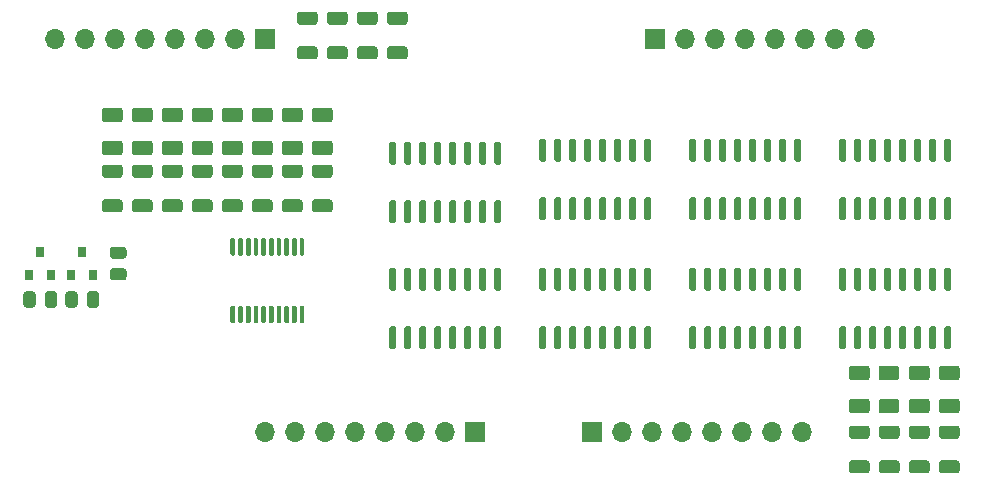
<source format=gbr>
%TF.GenerationSoftware,KiCad,Pcbnew,(5.1.10-1-10_14)*%
%TF.CreationDate,2021-10-20T01:40:30-04:00*%
%TF.ProjectId,ALU-RHS-bitwise,414c552d-5248-4532-9d62-697477697365,rev?*%
%TF.SameCoordinates,Original*%
%TF.FileFunction,Soldermask,Top*%
%TF.FilePolarity,Negative*%
%FSLAX46Y46*%
G04 Gerber Fmt 4.6, Leading zero omitted, Abs format (unit mm)*
G04 Created by KiCad (PCBNEW (5.1.10-1-10_14)) date 2021-10-20 01:40:30*
%MOMM*%
%LPD*%
G01*
G04 APERTURE LIST*
%ADD10R,1.700000X1.700000*%
%ADD11O,1.700000X1.700000*%
%ADD12R,0.800000X0.900000*%
G04 APERTURE END LIST*
%TO.C,U38*%
G36*
G01*
X178171001Y-71998000D02*
X176920999Y-71998000D01*
G75*
G02*
X176671000Y-71748001I0J249999D01*
G01*
X176671000Y-71122999D01*
G75*
G02*
X176920999Y-70873000I249999J0D01*
G01*
X178171001Y-70873000D01*
G75*
G02*
X178421000Y-71122999I0J-249999D01*
G01*
X178421000Y-71748001D01*
G75*
G02*
X178171001Y-71998000I-249999J0D01*
G01*
G37*
G36*
G01*
X178171001Y-74923000D02*
X176920999Y-74923000D01*
G75*
G02*
X176671000Y-74673001I0J249999D01*
G01*
X176671000Y-74047999D01*
G75*
G02*
X176920999Y-73798000I249999J0D01*
G01*
X178171001Y-73798000D01*
G75*
G02*
X178421000Y-74047999I0J-249999D01*
G01*
X178421000Y-74673001D01*
G75*
G02*
X178171001Y-74923000I-249999J0D01*
G01*
G37*
%TD*%
%TO.C,U37*%
G36*
G01*
X175631001Y-71998000D02*
X174380999Y-71998000D01*
G75*
G02*
X174131000Y-71748001I0J249999D01*
G01*
X174131000Y-71122999D01*
G75*
G02*
X174380999Y-70873000I249999J0D01*
G01*
X175631001Y-70873000D01*
G75*
G02*
X175881000Y-71122999I0J-249999D01*
G01*
X175881000Y-71748001D01*
G75*
G02*
X175631001Y-71998000I-249999J0D01*
G01*
G37*
G36*
G01*
X175631001Y-74923000D02*
X174380999Y-74923000D01*
G75*
G02*
X174131000Y-74673001I0J249999D01*
G01*
X174131000Y-74047999D01*
G75*
G02*
X174380999Y-73798000I249999J0D01*
G01*
X175631001Y-73798000D01*
G75*
G02*
X175881000Y-74047999I0J-249999D01*
G01*
X175881000Y-74673001D01*
G75*
G02*
X175631001Y-74923000I-249999J0D01*
G01*
G37*
%TD*%
%TO.C,U36*%
G36*
G01*
X182000999Y-73798000D02*
X183251001Y-73798000D01*
G75*
G02*
X183501000Y-74047999I0J-249999D01*
G01*
X183501000Y-74673001D01*
G75*
G02*
X183251001Y-74923000I-249999J0D01*
G01*
X182000999Y-74923000D01*
G75*
G02*
X181751000Y-74673001I0J249999D01*
G01*
X181751000Y-74047999D01*
G75*
G02*
X182000999Y-73798000I249999J0D01*
G01*
G37*
G36*
G01*
X182000999Y-70873000D02*
X183251001Y-70873000D01*
G75*
G02*
X183501000Y-71122999I0J-249999D01*
G01*
X183501000Y-71748001D01*
G75*
G02*
X183251001Y-71998000I-249999J0D01*
G01*
X182000999Y-71998000D01*
G75*
G02*
X181751000Y-71748001I0J249999D01*
G01*
X181751000Y-71122999D01*
G75*
G02*
X182000999Y-70873000I249999J0D01*
G01*
G37*
%TD*%
%TO.C,U35*%
G36*
G01*
X179460999Y-73798000D02*
X180711001Y-73798000D01*
G75*
G02*
X180961000Y-74047999I0J-249999D01*
G01*
X180961000Y-74673001D01*
G75*
G02*
X180711001Y-74923000I-249999J0D01*
G01*
X179460999Y-74923000D01*
G75*
G02*
X179211000Y-74673001I0J249999D01*
G01*
X179211000Y-74047999D01*
G75*
G02*
X179460999Y-73798000I249999J0D01*
G01*
G37*
G36*
G01*
X179460999Y-70873000D02*
X180711001Y-70873000D01*
G75*
G02*
X180961000Y-71122999I0J-249999D01*
G01*
X180961000Y-71748001D01*
G75*
G02*
X180711001Y-71998000I-249999J0D01*
G01*
X179460999Y-71998000D01*
G75*
G02*
X179211000Y-71748001I0J249999D01*
G01*
X179211000Y-71122999D01*
G75*
G02*
X179460999Y-70873000I249999J0D01*
G01*
G37*
%TD*%
%TO.C,R11*%
G36*
G01*
X152800000Y-95700001D02*
X152800000Y-94799999D01*
G75*
G02*
X153049999Y-94550000I249999J0D01*
G01*
X153575001Y-94550000D01*
G75*
G02*
X153825000Y-94799999I0J-249999D01*
G01*
X153825000Y-95700001D01*
G75*
G02*
X153575001Y-95950000I-249999J0D01*
G01*
X153049999Y-95950000D01*
G75*
G02*
X152800000Y-95700001I0J249999D01*
G01*
G37*
G36*
G01*
X150975000Y-95700001D02*
X150975000Y-94799999D01*
G75*
G02*
X151224999Y-94550000I249999J0D01*
G01*
X151750001Y-94550000D01*
G75*
G02*
X152000000Y-94799999I0J-249999D01*
G01*
X152000000Y-95700001D01*
G75*
G02*
X151750001Y-95950000I-249999J0D01*
G01*
X151224999Y-95950000D01*
G75*
G02*
X150975000Y-95700001I0J249999D01*
G01*
G37*
%TD*%
%TO.C,R10*%
G36*
G01*
X158553999Y-92602000D02*
X159454001Y-92602000D01*
G75*
G02*
X159704000Y-92851999I0J-249999D01*
G01*
X159704000Y-93377001D01*
G75*
G02*
X159454001Y-93627000I-249999J0D01*
G01*
X158553999Y-93627000D01*
G75*
G02*
X158304000Y-93377001I0J249999D01*
G01*
X158304000Y-92851999D01*
G75*
G02*
X158553999Y-92602000I249999J0D01*
G01*
G37*
G36*
G01*
X158553999Y-90777000D02*
X159454001Y-90777000D01*
G75*
G02*
X159704000Y-91026999I0J-249999D01*
G01*
X159704000Y-91552001D01*
G75*
G02*
X159454001Y-91802000I-249999J0D01*
G01*
X158553999Y-91802000D01*
G75*
G02*
X158304000Y-91552001I0J249999D01*
G01*
X158304000Y-91026999D01*
G75*
G02*
X158553999Y-90777000I249999J0D01*
G01*
G37*
%TD*%
%TO.C,R9*%
G36*
G01*
X156356000Y-95700001D02*
X156356000Y-94799999D01*
G75*
G02*
X156605999Y-94550000I249999J0D01*
G01*
X157131001Y-94550000D01*
G75*
G02*
X157381000Y-94799999I0J-249999D01*
G01*
X157381000Y-95700001D01*
G75*
G02*
X157131001Y-95950000I-249999J0D01*
G01*
X156605999Y-95950000D01*
G75*
G02*
X156356000Y-95700001I0J249999D01*
G01*
G37*
G36*
G01*
X154531000Y-95700001D02*
X154531000Y-94799999D01*
G75*
G02*
X154780999Y-94550000I249999J0D01*
G01*
X155306001Y-94550000D01*
G75*
G02*
X155556000Y-94799999I0J-249999D01*
G01*
X155556000Y-95700001D01*
G75*
G02*
X155306001Y-95950000I-249999J0D01*
G01*
X154780999Y-95950000D01*
G75*
G02*
X154531000Y-95700001I0J249999D01*
G01*
G37*
%TD*%
%TO.C,U34*%
G36*
G01*
X222367002Y-107050000D02*
X221116998Y-107050000D01*
G75*
G02*
X220867000Y-106800002I0J249998D01*
G01*
X220867000Y-106174998D01*
G75*
G02*
X221116998Y-105925000I249998J0D01*
G01*
X222367002Y-105925000D01*
G75*
G02*
X222617000Y-106174998I0J-249998D01*
G01*
X222617000Y-106800002D01*
G75*
G02*
X222367002Y-107050000I-249998J0D01*
G01*
G37*
G36*
G01*
X222367002Y-109975000D02*
X221116998Y-109975000D01*
G75*
G02*
X220867000Y-109725002I0J249998D01*
G01*
X220867000Y-109099998D01*
G75*
G02*
X221116998Y-108850000I249998J0D01*
G01*
X222367002Y-108850000D01*
G75*
G02*
X222617000Y-109099998I0J-249998D01*
G01*
X222617000Y-109725002D01*
G75*
G02*
X222367002Y-109975000I-249998J0D01*
G01*
G37*
%TD*%
%TO.C,U33*%
G36*
G01*
X222367000Y-102095000D02*
X221117000Y-102095000D01*
G75*
G02*
X220867000Y-101845000I0J250000D01*
G01*
X220867000Y-101095000D01*
G75*
G02*
X221117000Y-100845000I250000J0D01*
G01*
X222367000Y-100845000D01*
G75*
G02*
X222617000Y-101095000I0J-250000D01*
G01*
X222617000Y-101845000D01*
G75*
G02*
X222367000Y-102095000I-250000J0D01*
G01*
G37*
G36*
G01*
X222367000Y-104895000D02*
X221117000Y-104895000D01*
G75*
G02*
X220867000Y-104645000I0J250000D01*
G01*
X220867000Y-103895000D01*
G75*
G02*
X221117000Y-103645000I250000J0D01*
G01*
X222367000Y-103645000D01*
G75*
G02*
X222617000Y-103895000I0J-250000D01*
G01*
X222617000Y-104645000D01*
G75*
G02*
X222367000Y-104895000I-250000J0D01*
G01*
G37*
%TD*%
%TO.C,U32*%
G36*
G01*
X223656998Y-108850000D02*
X224907002Y-108850000D01*
G75*
G02*
X225157000Y-109099998I0J-249998D01*
G01*
X225157000Y-109725002D01*
G75*
G02*
X224907002Y-109975000I-249998J0D01*
G01*
X223656998Y-109975000D01*
G75*
G02*
X223407000Y-109725002I0J249998D01*
G01*
X223407000Y-109099998D01*
G75*
G02*
X223656998Y-108850000I249998J0D01*
G01*
G37*
G36*
G01*
X223656998Y-105925000D02*
X224907002Y-105925000D01*
G75*
G02*
X225157000Y-106174998I0J-249998D01*
G01*
X225157000Y-106800002D01*
G75*
G02*
X224907002Y-107050000I-249998J0D01*
G01*
X223656998Y-107050000D01*
G75*
G02*
X223407000Y-106800002I0J249998D01*
G01*
X223407000Y-106174998D01*
G75*
G02*
X223656998Y-105925000I249998J0D01*
G01*
G37*
%TD*%
%TO.C,U31*%
G36*
G01*
X224881500Y-102095000D02*
X223631500Y-102095000D01*
G75*
G02*
X223381500Y-101845000I0J250000D01*
G01*
X223381500Y-101095000D01*
G75*
G02*
X223631500Y-100845000I250000J0D01*
G01*
X224881500Y-100845000D01*
G75*
G02*
X225131500Y-101095000I0J-250000D01*
G01*
X225131500Y-101845000D01*
G75*
G02*
X224881500Y-102095000I-250000J0D01*
G01*
G37*
G36*
G01*
X224881500Y-104895000D02*
X223631500Y-104895000D01*
G75*
G02*
X223381500Y-104645000I0J250000D01*
G01*
X223381500Y-103895000D01*
G75*
G02*
X223631500Y-103645000I250000J0D01*
G01*
X224881500Y-103645000D01*
G75*
G02*
X225131500Y-103895000I0J-250000D01*
G01*
X225131500Y-104645000D01*
G75*
G02*
X224881500Y-104895000I-250000J0D01*
G01*
G37*
%TD*%
%TO.C,U30*%
G36*
G01*
X226196998Y-108850000D02*
X227447002Y-108850000D01*
G75*
G02*
X227697000Y-109099998I0J-249998D01*
G01*
X227697000Y-109725002D01*
G75*
G02*
X227447002Y-109975000I-249998J0D01*
G01*
X226196998Y-109975000D01*
G75*
G02*
X225947000Y-109725002I0J249998D01*
G01*
X225947000Y-109099998D01*
G75*
G02*
X226196998Y-108850000I249998J0D01*
G01*
G37*
G36*
G01*
X226196998Y-105925000D02*
X227447002Y-105925000D01*
G75*
G02*
X227697000Y-106174998I0J-249998D01*
G01*
X227697000Y-106800002D01*
G75*
G02*
X227447002Y-107050000I-249998J0D01*
G01*
X226196998Y-107050000D01*
G75*
G02*
X225947000Y-106800002I0J249998D01*
G01*
X225947000Y-106174998D01*
G75*
G02*
X226196998Y-105925000I249998J0D01*
G01*
G37*
%TD*%
%TO.C,U29*%
G36*
G01*
X227447000Y-102095000D02*
X226197000Y-102095000D01*
G75*
G02*
X225947000Y-101845000I0J250000D01*
G01*
X225947000Y-101095000D01*
G75*
G02*
X226197000Y-100845000I250000J0D01*
G01*
X227447000Y-100845000D01*
G75*
G02*
X227697000Y-101095000I0J-250000D01*
G01*
X227697000Y-101845000D01*
G75*
G02*
X227447000Y-102095000I-250000J0D01*
G01*
G37*
G36*
G01*
X227447000Y-104895000D02*
X226197000Y-104895000D01*
G75*
G02*
X225947000Y-104645000I0J250000D01*
G01*
X225947000Y-103895000D01*
G75*
G02*
X226197000Y-103645000I250000J0D01*
G01*
X227447000Y-103645000D01*
G75*
G02*
X227697000Y-103895000I0J-250000D01*
G01*
X227697000Y-104645000D01*
G75*
G02*
X227447000Y-104895000I-250000J0D01*
G01*
G37*
%TD*%
%TO.C,U28*%
G36*
G01*
X228736998Y-108850000D02*
X229987002Y-108850000D01*
G75*
G02*
X230237000Y-109099998I0J-249998D01*
G01*
X230237000Y-109725002D01*
G75*
G02*
X229987002Y-109975000I-249998J0D01*
G01*
X228736998Y-109975000D01*
G75*
G02*
X228487000Y-109725002I0J249998D01*
G01*
X228487000Y-109099998D01*
G75*
G02*
X228736998Y-108850000I249998J0D01*
G01*
G37*
G36*
G01*
X228736998Y-105925000D02*
X229987002Y-105925000D01*
G75*
G02*
X230237000Y-106174998I0J-249998D01*
G01*
X230237000Y-106800002D01*
G75*
G02*
X229987002Y-107050000I-249998J0D01*
G01*
X228736998Y-107050000D01*
G75*
G02*
X228487000Y-106800002I0J249998D01*
G01*
X228487000Y-106174998D01*
G75*
G02*
X228736998Y-105925000I249998J0D01*
G01*
G37*
%TD*%
%TO.C,U27*%
G36*
G01*
X229987000Y-102095000D02*
X228737000Y-102095000D01*
G75*
G02*
X228487000Y-101845000I0J250000D01*
G01*
X228487000Y-101095000D01*
G75*
G02*
X228737000Y-100845000I250000J0D01*
G01*
X229987000Y-100845000D01*
G75*
G02*
X230237000Y-101095000I0J-250000D01*
G01*
X230237000Y-101845000D01*
G75*
G02*
X229987000Y-102095000I-250000J0D01*
G01*
G37*
G36*
G01*
X229987000Y-104895000D02*
X228737000Y-104895000D01*
G75*
G02*
X228487000Y-104645000I0J250000D01*
G01*
X228487000Y-103895000D01*
G75*
G02*
X228737000Y-103645000I250000J0D01*
G01*
X229987000Y-103645000D01*
G75*
G02*
X230237000Y-103895000I0J-250000D01*
G01*
X230237000Y-104645000D01*
G75*
G02*
X229987000Y-104895000I-250000J0D01*
G01*
G37*
%TD*%
%TO.C,U16*%
G36*
G01*
X176901000Y-80251000D02*
X175651000Y-80251000D01*
G75*
G02*
X175401000Y-80001000I0J250000D01*
G01*
X175401000Y-79251000D01*
G75*
G02*
X175651000Y-79001000I250000J0D01*
G01*
X176901000Y-79001000D01*
G75*
G02*
X177151000Y-79251000I0J-250000D01*
G01*
X177151000Y-80001000D01*
G75*
G02*
X176901000Y-80251000I-250000J0D01*
G01*
G37*
G36*
G01*
X176901000Y-83051000D02*
X175651000Y-83051000D01*
G75*
G02*
X175401000Y-82801000I0J250000D01*
G01*
X175401000Y-82051000D01*
G75*
G02*
X175651000Y-81801000I250000J0D01*
G01*
X176901000Y-81801000D01*
G75*
G02*
X177151000Y-82051000I0J-250000D01*
G01*
X177151000Y-82801000D01*
G75*
G02*
X176901000Y-83051000I-250000J0D01*
G01*
G37*
%TD*%
%TO.C,U14*%
G36*
G01*
X174361000Y-80251000D02*
X173111000Y-80251000D01*
G75*
G02*
X172861000Y-80001000I0J250000D01*
G01*
X172861000Y-79251000D01*
G75*
G02*
X173111000Y-79001000I250000J0D01*
G01*
X174361000Y-79001000D01*
G75*
G02*
X174611000Y-79251000I0J-250000D01*
G01*
X174611000Y-80001000D01*
G75*
G02*
X174361000Y-80251000I-250000J0D01*
G01*
G37*
G36*
G01*
X174361000Y-83051000D02*
X173111000Y-83051000D01*
G75*
G02*
X172861000Y-82801000I0J250000D01*
G01*
X172861000Y-82051000D01*
G75*
G02*
X173111000Y-81801000I250000J0D01*
G01*
X174361000Y-81801000D01*
G75*
G02*
X174611000Y-82051000I0J-250000D01*
G01*
X174611000Y-82801000D01*
G75*
G02*
X174361000Y-83051000I-250000J0D01*
G01*
G37*
%TD*%
%TO.C,U12*%
G36*
G01*
X171821000Y-80251000D02*
X170571000Y-80251000D01*
G75*
G02*
X170321000Y-80001000I0J250000D01*
G01*
X170321000Y-79251000D01*
G75*
G02*
X170571000Y-79001000I250000J0D01*
G01*
X171821000Y-79001000D01*
G75*
G02*
X172071000Y-79251000I0J-250000D01*
G01*
X172071000Y-80001000D01*
G75*
G02*
X171821000Y-80251000I-250000J0D01*
G01*
G37*
G36*
G01*
X171821000Y-83051000D02*
X170571000Y-83051000D01*
G75*
G02*
X170321000Y-82801000I0J250000D01*
G01*
X170321000Y-82051000D01*
G75*
G02*
X170571000Y-81801000I250000J0D01*
G01*
X171821000Y-81801000D01*
G75*
G02*
X172071000Y-82051000I0J-250000D01*
G01*
X172071000Y-82801000D01*
G75*
G02*
X171821000Y-83051000I-250000J0D01*
G01*
G37*
%TD*%
%TO.C,U10*%
G36*
G01*
X169281000Y-80251000D02*
X168031000Y-80251000D01*
G75*
G02*
X167781000Y-80001000I0J250000D01*
G01*
X167781000Y-79251000D01*
G75*
G02*
X168031000Y-79001000I250000J0D01*
G01*
X169281000Y-79001000D01*
G75*
G02*
X169531000Y-79251000I0J-250000D01*
G01*
X169531000Y-80001000D01*
G75*
G02*
X169281000Y-80251000I-250000J0D01*
G01*
G37*
G36*
G01*
X169281000Y-83051000D02*
X168031000Y-83051000D01*
G75*
G02*
X167781000Y-82801000I0J250000D01*
G01*
X167781000Y-82051000D01*
G75*
G02*
X168031000Y-81801000I250000J0D01*
G01*
X169281000Y-81801000D01*
G75*
G02*
X169531000Y-82051000I0J-250000D01*
G01*
X169531000Y-82801000D01*
G75*
G02*
X169281000Y-83051000I-250000J0D01*
G01*
G37*
%TD*%
%TO.C,U8*%
G36*
G01*
X166741000Y-80251000D02*
X165491000Y-80251000D01*
G75*
G02*
X165241000Y-80001000I0J250000D01*
G01*
X165241000Y-79251000D01*
G75*
G02*
X165491000Y-79001000I250000J0D01*
G01*
X166741000Y-79001000D01*
G75*
G02*
X166991000Y-79251000I0J-250000D01*
G01*
X166991000Y-80001000D01*
G75*
G02*
X166741000Y-80251000I-250000J0D01*
G01*
G37*
G36*
G01*
X166741000Y-83051000D02*
X165491000Y-83051000D01*
G75*
G02*
X165241000Y-82801000I0J250000D01*
G01*
X165241000Y-82051000D01*
G75*
G02*
X165491000Y-81801000I250000J0D01*
G01*
X166741000Y-81801000D01*
G75*
G02*
X166991000Y-82051000I0J-250000D01*
G01*
X166991000Y-82801000D01*
G75*
G02*
X166741000Y-83051000I-250000J0D01*
G01*
G37*
%TD*%
%TO.C,U6*%
G36*
G01*
X164201000Y-80251000D02*
X162951000Y-80251000D01*
G75*
G02*
X162701000Y-80001000I0J250000D01*
G01*
X162701000Y-79251000D01*
G75*
G02*
X162951000Y-79001000I250000J0D01*
G01*
X164201000Y-79001000D01*
G75*
G02*
X164451000Y-79251000I0J-250000D01*
G01*
X164451000Y-80001000D01*
G75*
G02*
X164201000Y-80251000I-250000J0D01*
G01*
G37*
G36*
G01*
X164201000Y-83051000D02*
X162951000Y-83051000D01*
G75*
G02*
X162701000Y-82801000I0J250000D01*
G01*
X162701000Y-82051000D01*
G75*
G02*
X162951000Y-81801000I250000J0D01*
G01*
X164201000Y-81801000D01*
G75*
G02*
X164451000Y-82051000I0J-250000D01*
G01*
X164451000Y-82801000D01*
G75*
G02*
X164201000Y-83051000I-250000J0D01*
G01*
G37*
%TD*%
%TO.C,U4*%
G36*
G01*
X161661000Y-80251000D02*
X160411000Y-80251000D01*
G75*
G02*
X160161000Y-80001000I0J250000D01*
G01*
X160161000Y-79251000D01*
G75*
G02*
X160411000Y-79001000I250000J0D01*
G01*
X161661000Y-79001000D01*
G75*
G02*
X161911000Y-79251000I0J-250000D01*
G01*
X161911000Y-80001000D01*
G75*
G02*
X161661000Y-80251000I-250000J0D01*
G01*
G37*
G36*
G01*
X161661000Y-83051000D02*
X160411000Y-83051000D01*
G75*
G02*
X160161000Y-82801000I0J250000D01*
G01*
X160161000Y-82051000D01*
G75*
G02*
X160411000Y-81801000I250000J0D01*
G01*
X161661000Y-81801000D01*
G75*
G02*
X161911000Y-82051000I0J-250000D01*
G01*
X161911000Y-82801000D01*
G75*
G02*
X161661000Y-83051000I-250000J0D01*
G01*
G37*
%TD*%
%TO.C,U2*%
G36*
G01*
X159121000Y-80251000D02*
X157871000Y-80251000D01*
G75*
G02*
X157621000Y-80001000I0J250000D01*
G01*
X157621000Y-79251000D01*
G75*
G02*
X157871000Y-79001000I250000J0D01*
G01*
X159121000Y-79001000D01*
G75*
G02*
X159371000Y-79251000I0J-250000D01*
G01*
X159371000Y-80001000D01*
G75*
G02*
X159121000Y-80251000I-250000J0D01*
G01*
G37*
G36*
G01*
X159121000Y-83051000D02*
X157871000Y-83051000D01*
G75*
G02*
X157621000Y-82801000I0J250000D01*
G01*
X157621000Y-82051000D01*
G75*
G02*
X157871000Y-81801000I250000J0D01*
G01*
X159121000Y-81801000D01*
G75*
G02*
X159371000Y-82051000I0J-250000D01*
G01*
X159371000Y-82801000D01*
G75*
G02*
X159121000Y-83051000I-250000J0D01*
G01*
G37*
%TD*%
%TO.C,R8*%
G36*
G01*
X175650998Y-86752000D02*
X176901002Y-86752000D01*
G75*
G02*
X177151000Y-87001998I0J-249998D01*
G01*
X177151000Y-87627002D01*
G75*
G02*
X176901002Y-87877000I-249998J0D01*
G01*
X175650998Y-87877000D01*
G75*
G02*
X175401000Y-87627002I0J249998D01*
G01*
X175401000Y-87001998D01*
G75*
G02*
X175650998Y-86752000I249998J0D01*
G01*
G37*
G36*
G01*
X175650998Y-83827000D02*
X176901002Y-83827000D01*
G75*
G02*
X177151000Y-84076998I0J-249998D01*
G01*
X177151000Y-84702002D01*
G75*
G02*
X176901002Y-84952000I-249998J0D01*
G01*
X175650998Y-84952000D01*
G75*
G02*
X175401000Y-84702002I0J249998D01*
G01*
X175401000Y-84076998D01*
G75*
G02*
X175650998Y-83827000I249998J0D01*
G01*
G37*
%TD*%
%TO.C,R7*%
G36*
G01*
X173110998Y-86752000D02*
X174361002Y-86752000D01*
G75*
G02*
X174611000Y-87001998I0J-249998D01*
G01*
X174611000Y-87627002D01*
G75*
G02*
X174361002Y-87877000I-249998J0D01*
G01*
X173110998Y-87877000D01*
G75*
G02*
X172861000Y-87627002I0J249998D01*
G01*
X172861000Y-87001998D01*
G75*
G02*
X173110998Y-86752000I249998J0D01*
G01*
G37*
G36*
G01*
X173110998Y-83827000D02*
X174361002Y-83827000D01*
G75*
G02*
X174611000Y-84076998I0J-249998D01*
G01*
X174611000Y-84702002D01*
G75*
G02*
X174361002Y-84952000I-249998J0D01*
G01*
X173110998Y-84952000D01*
G75*
G02*
X172861000Y-84702002I0J249998D01*
G01*
X172861000Y-84076998D01*
G75*
G02*
X173110998Y-83827000I249998J0D01*
G01*
G37*
%TD*%
%TO.C,R6*%
G36*
G01*
X170570998Y-86752000D02*
X171821002Y-86752000D01*
G75*
G02*
X172071000Y-87001998I0J-249998D01*
G01*
X172071000Y-87627002D01*
G75*
G02*
X171821002Y-87877000I-249998J0D01*
G01*
X170570998Y-87877000D01*
G75*
G02*
X170321000Y-87627002I0J249998D01*
G01*
X170321000Y-87001998D01*
G75*
G02*
X170570998Y-86752000I249998J0D01*
G01*
G37*
G36*
G01*
X170570998Y-83827000D02*
X171821002Y-83827000D01*
G75*
G02*
X172071000Y-84076998I0J-249998D01*
G01*
X172071000Y-84702002D01*
G75*
G02*
X171821002Y-84952000I-249998J0D01*
G01*
X170570998Y-84952000D01*
G75*
G02*
X170321000Y-84702002I0J249998D01*
G01*
X170321000Y-84076998D01*
G75*
G02*
X170570998Y-83827000I249998J0D01*
G01*
G37*
%TD*%
%TO.C,R5*%
G36*
G01*
X168030998Y-86752000D02*
X169281002Y-86752000D01*
G75*
G02*
X169531000Y-87001998I0J-249998D01*
G01*
X169531000Y-87627002D01*
G75*
G02*
X169281002Y-87877000I-249998J0D01*
G01*
X168030998Y-87877000D01*
G75*
G02*
X167781000Y-87627002I0J249998D01*
G01*
X167781000Y-87001998D01*
G75*
G02*
X168030998Y-86752000I249998J0D01*
G01*
G37*
G36*
G01*
X168030998Y-83827000D02*
X169281002Y-83827000D01*
G75*
G02*
X169531000Y-84076998I0J-249998D01*
G01*
X169531000Y-84702002D01*
G75*
G02*
X169281002Y-84952000I-249998J0D01*
G01*
X168030998Y-84952000D01*
G75*
G02*
X167781000Y-84702002I0J249998D01*
G01*
X167781000Y-84076998D01*
G75*
G02*
X168030998Y-83827000I249998J0D01*
G01*
G37*
%TD*%
%TO.C,R4*%
G36*
G01*
X165490998Y-86752000D02*
X166741002Y-86752000D01*
G75*
G02*
X166991000Y-87001998I0J-249998D01*
G01*
X166991000Y-87627002D01*
G75*
G02*
X166741002Y-87877000I-249998J0D01*
G01*
X165490998Y-87877000D01*
G75*
G02*
X165241000Y-87627002I0J249998D01*
G01*
X165241000Y-87001998D01*
G75*
G02*
X165490998Y-86752000I249998J0D01*
G01*
G37*
G36*
G01*
X165490998Y-83827000D02*
X166741002Y-83827000D01*
G75*
G02*
X166991000Y-84076998I0J-249998D01*
G01*
X166991000Y-84702002D01*
G75*
G02*
X166741002Y-84952000I-249998J0D01*
G01*
X165490998Y-84952000D01*
G75*
G02*
X165241000Y-84702002I0J249998D01*
G01*
X165241000Y-84076998D01*
G75*
G02*
X165490998Y-83827000I249998J0D01*
G01*
G37*
%TD*%
%TO.C,R3*%
G36*
G01*
X162950998Y-86752000D02*
X164201002Y-86752000D01*
G75*
G02*
X164451000Y-87001998I0J-249998D01*
G01*
X164451000Y-87627002D01*
G75*
G02*
X164201002Y-87877000I-249998J0D01*
G01*
X162950998Y-87877000D01*
G75*
G02*
X162701000Y-87627002I0J249998D01*
G01*
X162701000Y-87001998D01*
G75*
G02*
X162950998Y-86752000I249998J0D01*
G01*
G37*
G36*
G01*
X162950998Y-83827000D02*
X164201002Y-83827000D01*
G75*
G02*
X164451000Y-84076998I0J-249998D01*
G01*
X164451000Y-84702002D01*
G75*
G02*
X164201002Y-84952000I-249998J0D01*
G01*
X162950998Y-84952000D01*
G75*
G02*
X162701000Y-84702002I0J249998D01*
G01*
X162701000Y-84076998D01*
G75*
G02*
X162950998Y-83827000I249998J0D01*
G01*
G37*
%TD*%
%TO.C,R2*%
G36*
G01*
X160410998Y-86752000D02*
X161661002Y-86752000D01*
G75*
G02*
X161911000Y-87001998I0J-249998D01*
G01*
X161911000Y-87627002D01*
G75*
G02*
X161661002Y-87877000I-249998J0D01*
G01*
X160410998Y-87877000D01*
G75*
G02*
X160161000Y-87627002I0J249998D01*
G01*
X160161000Y-87001998D01*
G75*
G02*
X160410998Y-86752000I249998J0D01*
G01*
G37*
G36*
G01*
X160410998Y-83827000D02*
X161661002Y-83827000D01*
G75*
G02*
X161911000Y-84076998I0J-249998D01*
G01*
X161911000Y-84702002D01*
G75*
G02*
X161661002Y-84952000I-249998J0D01*
G01*
X160410998Y-84952000D01*
G75*
G02*
X160161000Y-84702002I0J249998D01*
G01*
X160161000Y-84076998D01*
G75*
G02*
X160410998Y-83827000I249998J0D01*
G01*
G37*
%TD*%
%TO.C,R1*%
G36*
G01*
X157870998Y-86752000D02*
X159121002Y-86752000D01*
G75*
G02*
X159371000Y-87001998I0J-249998D01*
G01*
X159371000Y-87627002D01*
G75*
G02*
X159121002Y-87877000I-249998J0D01*
G01*
X157870998Y-87877000D01*
G75*
G02*
X157621000Y-87627002I0J249998D01*
G01*
X157621000Y-87001998D01*
G75*
G02*
X157870998Y-86752000I249998J0D01*
G01*
G37*
G36*
G01*
X157870998Y-83827000D02*
X159121002Y-83827000D01*
G75*
G02*
X159371000Y-84076998I0J-249998D01*
G01*
X159371000Y-84702002D01*
G75*
G02*
X159121002Y-84952000I-249998J0D01*
G01*
X157870998Y-84952000D01*
G75*
G02*
X157621000Y-84702002I0J249998D01*
G01*
X157621000Y-84076998D01*
G75*
G02*
X157870998Y-83827000I249998J0D01*
G01*
G37*
%TD*%
%TO.C,U46*%
G36*
G01*
X168808000Y-91532500D02*
X168608000Y-91532500D01*
G75*
G02*
X168508000Y-91432500I0J100000D01*
G01*
X168508000Y-90157500D01*
G75*
G02*
X168608000Y-90057500I100000J0D01*
G01*
X168808000Y-90057500D01*
G75*
G02*
X168908000Y-90157500I0J-100000D01*
G01*
X168908000Y-91432500D01*
G75*
G02*
X168808000Y-91532500I-100000J0D01*
G01*
G37*
G36*
G01*
X169458000Y-91532500D02*
X169258000Y-91532500D01*
G75*
G02*
X169158000Y-91432500I0J100000D01*
G01*
X169158000Y-90157500D01*
G75*
G02*
X169258000Y-90057500I100000J0D01*
G01*
X169458000Y-90057500D01*
G75*
G02*
X169558000Y-90157500I0J-100000D01*
G01*
X169558000Y-91432500D01*
G75*
G02*
X169458000Y-91532500I-100000J0D01*
G01*
G37*
G36*
G01*
X170108000Y-91532500D02*
X169908000Y-91532500D01*
G75*
G02*
X169808000Y-91432500I0J100000D01*
G01*
X169808000Y-90157500D01*
G75*
G02*
X169908000Y-90057500I100000J0D01*
G01*
X170108000Y-90057500D01*
G75*
G02*
X170208000Y-90157500I0J-100000D01*
G01*
X170208000Y-91432500D01*
G75*
G02*
X170108000Y-91532500I-100000J0D01*
G01*
G37*
G36*
G01*
X170758000Y-91532500D02*
X170558000Y-91532500D01*
G75*
G02*
X170458000Y-91432500I0J100000D01*
G01*
X170458000Y-90157500D01*
G75*
G02*
X170558000Y-90057500I100000J0D01*
G01*
X170758000Y-90057500D01*
G75*
G02*
X170858000Y-90157500I0J-100000D01*
G01*
X170858000Y-91432500D01*
G75*
G02*
X170758000Y-91532500I-100000J0D01*
G01*
G37*
G36*
G01*
X171408000Y-91532500D02*
X171208000Y-91532500D01*
G75*
G02*
X171108000Y-91432500I0J100000D01*
G01*
X171108000Y-90157500D01*
G75*
G02*
X171208000Y-90057500I100000J0D01*
G01*
X171408000Y-90057500D01*
G75*
G02*
X171508000Y-90157500I0J-100000D01*
G01*
X171508000Y-91432500D01*
G75*
G02*
X171408000Y-91532500I-100000J0D01*
G01*
G37*
G36*
G01*
X172058000Y-91532500D02*
X171858000Y-91532500D01*
G75*
G02*
X171758000Y-91432500I0J100000D01*
G01*
X171758000Y-90157500D01*
G75*
G02*
X171858000Y-90057500I100000J0D01*
G01*
X172058000Y-90057500D01*
G75*
G02*
X172158000Y-90157500I0J-100000D01*
G01*
X172158000Y-91432500D01*
G75*
G02*
X172058000Y-91532500I-100000J0D01*
G01*
G37*
G36*
G01*
X172708000Y-91532500D02*
X172508000Y-91532500D01*
G75*
G02*
X172408000Y-91432500I0J100000D01*
G01*
X172408000Y-90157500D01*
G75*
G02*
X172508000Y-90057500I100000J0D01*
G01*
X172708000Y-90057500D01*
G75*
G02*
X172808000Y-90157500I0J-100000D01*
G01*
X172808000Y-91432500D01*
G75*
G02*
X172708000Y-91532500I-100000J0D01*
G01*
G37*
G36*
G01*
X173358000Y-91532500D02*
X173158000Y-91532500D01*
G75*
G02*
X173058000Y-91432500I0J100000D01*
G01*
X173058000Y-90157500D01*
G75*
G02*
X173158000Y-90057500I100000J0D01*
G01*
X173358000Y-90057500D01*
G75*
G02*
X173458000Y-90157500I0J-100000D01*
G01*
X173458000Y-91432500D01*
G75*
G02*
X173358000Y-91532500I-100000J0D01*
G01*
G37*
G36*
G01*
X174008000Y-91532500D02*
X173808000Y-91532500D01*
G75*
G02*
X173708000Y-91432500I0J100000D01*
G01*
X173708000Y-90157500D01*
G75*
G02*
X173808000Y-90057500I100000J0D01*
G01*
X174008000Y-90057500D01*
G75*
G02*
X174108000Y-90157500I0J-100000D01*
G01*
X174108000Y-91432500D01*
G75*
G02*
X174008000Y-91532500I-100000J0D01*
G01*
G37*
G36*
G01*
X174658000Y-91532500D02*
X174458000Y-91532500D01*
G75*
G02*
X174358000Y-91432500I0J100000D01*
G01*
X174358000Y-90157500D01*
G75*
G02*
X174458000Y-90057500I100000J0D01*
G01*
X174658000Y-90057500D01*
G75*
G02*
X174758000Y-90157500I0J-100000D01*
G01*
X174758000Y-91432500D01*
G75*
G02*
X174658000Y-91532500I-100000J0D01*
G01*
G37*
G36*
G01*
X174658000Y-97257500D02*
X174458000Y-97257500D01*
G75*
G02*
X174358000Y-97157500I0J100000D01*
G01*
X174358000Y-95882500D01*
G75*
G02*
X174458000Y-95782500I100000J0D01*
G01*
X174658000Y-95782500D01*
G75*
G02*
X174758000Y-95882500I0J-100000D01*
G01*
X174758000Y-97157500D01*
G75*
G02*
X174658000Y-97257500I-100000J0D01*
G01*
G37*
G36*
G01*
X174008000Y-97257500D02*
X173808000Y-97257500D01*
G75*
G02*
X173708000Y-97157500I0J100000D01*
G01*
X173708000Y-95882500D01*
G75*
G02*
X173808000Y-95782500I100000J0D01*
G01*
X174008000Y-95782500D01*
G75*
G02*
X174108000Y-95882500I0J-100000D01*
G01*
X174108000Y-97157500D01*
G75*
G02*
X174008000Y-97257500I-100000J0D01*
G01*
G37*
G36*
G01*
X173358000Y-97257500D02*
X173158000Y-97257500D01*
G75*
G02*
X173058000Y-97157500I0J100000D01*
G01*
X173058000Y-95882500D01*
G75*
G02*
X173158000Y-95782500I100000J0D01*
G01*
X173358000Y-95782500D01*
G75*
G02*
X173458000Y-95882500I0J-100000D01*
G01*
X173458000Y-97157500D01*
G75*
G02*
X173358000Y-97257500I-100000J0D01*
G01*
G37*
G36*
G01*
X172708000Y-97257500D02*
X172508000Y-97257500D01*
G75*
G02*
X172408000Y-97157500I0J100000D01*
G01*
X172408000Y-95882500D01*
G75*
G02*
X172508000Y-95782500I100000J0D01*
G01*
X172708000Y-95782500D01*
G75*
G02*
X172808000Y-95882500I0J-100000D01*
G01*
X172808000Y-97157500D01*
G75*
G02*
X172708000Y-97257500I-100000J0D01*
G01*
G37*
G36*
G01*
X172058000Y-97257500D02*
X171858000Y-97257500D01*
G75*
G02*
X171758000Y-97157500I0J100000D01*
G01*
X171758000Y-95882500D01*
G75*
G02*
X171858000Y-95782500I100000J0D01*
G01*
X172058000Y-95782500D01*
G75*
G02*
X172158000Y-95882500I0J-100000D01*
G01*
X172158000Y-97157500D01*
G75*
G02*
X172058000Y-97257500I-100000J0D01*
G01*
G37*
G36*
G01*
X171408000Y-97257500D02*
X171208000Y-97257500D01*
G75*
G02*
X171108000Y-97157500I0J100000D01*
G01*
X171108000Y-95882500D01*
G75*
G02*
X171208000Y-95782500I100000J0D01*
G01*
X171408000Y-95782500D01*
G75*
G02*
X171508000Y-95882500I0J-100000D01*
G01*
X171508000Y-97157500D01*
G75*
G02*
X171408000Y-97257500I-100000J0D01*
G01*
G37*
G36*
G01*
X170758000Y-97257500D02*
X170558000Y-97257500D01*
G75*
G02*
X170458000Y-97157500I0J100000D01*
G01*
X170458000Y-95882500D01*
G75*
G02*
X170558000Y-95782500I100000J0D01*
G01*
X170758000Y-95782500D01*
G75*
G02*
X170858000Y-95882500I0J-100000D01*
G01*
X170858000Y-97157500D01*
G75*
G02*
X170758000Y-97257500I-100000J0D01*
G01*
G37*
G36*
G01*
X170108000Y-97257500D02*
X169908000Y-97257500D01*
G75*
G02*
X169808000Y-97157500I0J100000D01*
G01*
X169808000Y-95882500D01*
G75*
G02*
X169908000Y-95782500I100000J0D01*
G01*
X170108000Y-95782500D01*
G75*
G02*
X170208000Y-95882500I0J-100000D01*
G01*
X170208000Y-97157500D01*
G75*
G02*
X170108000Y-97257500I-100000J0D01*
G01*
G37*
G36*
G01*
X169458000Y-97257500D02*
X169258000Y-97257500D01*
G75*
G02*
X169158000Y-97157500I0J100000D01*
G01*
X169158000Y-95882500D01*
G75*
G02*
X169258000Y-95782500I100000J0D01*
G01*
X169458000Y-95782500D01*
G75*
G02*
X169558000Y-95882500I0J-100000D01*
G01*
X169558000Y-97157500D01*
G75*
G02*
X169458000Y-97257500I-100000J0D01*
G01*
G37*
G36*
G01*
X168808000Y-97257500D02*
X168608000Y-97257500D01*
G75*
G02*
X168508000Y-97157500I0J100000D01*
G01*
X168508000Y-95882500D01*
G75*
G02*
X168608000Y-95782500I100000J0D01*
G01*
X168808000Y-95782500D01*
G75*
G02*
X168908000Y-95882500I0J-100000D01*
G01*
X168908000Y-97157500D01*
G75*
G02*
X168808000Y-97257500I-100000J0D01*
G01*
G37*
%TD*%
D10*
%TO.C,J4*%
X189230000Y-106426000D03*
D11*
X186690000Y-106426000D03*
X184150000Y-106426000D03*
X181610000Y-106426000D03*
X179070000Y-106426000D03*
X176530000Y-106426000D03*
X173990000Y-106426000D03*
X171450000Y-106426000D03*
%TD*%
D12*
%TO.C,Q2*%
X152400000Y-91202000D03*
X153350000Y-93202000D03*
X151450000Y-93202000D03*
%TD*%
%TO.C,Q1*%
X155956000Y-91202000D03*
X156906000Y-93202000D03*
X155006000Y-93202000D03*
%TD*%
%TO.C,U45*%
G36*
G01*
X220495000Y-94512000D02*
X220195000Y-94512000D01*
G75*
G02*
X220045000Y-94362000I0J150000D01*
G01*
X220045000Y-92712000D01*
G75*
G02*
X220195000Y-92562000I150000J0D01*
G01*
X220495000Y-92562000D01*
G75*
G02*
X220645000Y-92712000I0J-150000D01*
G01*
X220645000Y-94362000D01*
G75*
G02*
X220495000Y-94512000I-150000J0D01*
G01*
G37*
G36*
G01*
X221765000Y-94512000D02*
X221465000Y-94512000D01*
G75*
G02*
X221315000Y-94362000I0J150000D01*
G01*
X221315000Y-92712000D01*
G75*
G02*
X221465000Y-92562000I150000J0D01*
G01*
X221765000Y-92562000D01*
G75*
G02*
X221915000Y-92712000I0J-150000D01*
G01*
X221915000Y-94362000D01*
G75*
G02*
X221765000Y-94512000I-150000J0D01*
G01*
G37*
G36*
G01*
X223035000Y-94512000D02*
X222735000Y-94512000D01*
G75*
G02*
X222585000Y-94362000I0J150000D01*
G01*
X222585000Y-92712000D01*
G75*
G02*
X222735000Y-92562000I150000J0D01*
G01*
X223035000Y-92562000D01*
G75*
G02*
X223185000Y-92712000I0J-150000D01*
G01*
X223185000Y-94362000D01*
G75*
G02*
X223035000Y-94512000I-150000J0D01*
G01*
G37*
G36*
G01*
X224305000Y-94512000D02*
X224005000Y-94512000D01*
G75*
G02*
X223855000Y-94362000I0J150000D01*
G01*
X223855000Y-92712000D01*
G75*
G02*
X224005000Y-92562000I150000J0D01*
G01*
X224305000Y-92562000D01*
G75*
G02*
X224455000Y-92712000I0J-150000D01*
G01*
X224455000Y-94362000D01*
G75*
G02*
X224305000Y-94512000I-150000J0D01*
G01*
G37*
G36*
G01*
X225575000Y-94512000D02*
X225275000Y-94512000D01*
G75*
G02*
X225125000Y-94362000I0J150000D01*
G01*
X225125000Y-92712000D01*
G75*
G02*
X225275000Y-92562000I150000J0D01*
G01*
X225575000Y-92562000D01*
G75*
G02*
X225725000Y-92712000I0J-150000D01*
G01*
X225725000Y-94362000D01*
G75*
G02*
X225575000Y-94512000I-150000J0D01*
G01*
G37*
G36*
G01*
X226845000Y-94512000D02*
X226545000Y-94512000D01*
G75*
G02*
X226395000Y-94362000I0J150000D01*
G01*
X226395000Y-92712000D01*
G75*
G02*
X226545000Y-92562000I150000J0D01*
G01*
X226845000Y-92562000D01*
G75*
G02*
X226995000Y-92712000I0J-150000D01*
G01*
X226995000Y-94362000D01*
G75*
G02*
X226845000Y-94512000I-150000J0D01*
G01*
G37*
G36*
G01*
X228115000Y-94512000D02*
X227815000Y-94512000D01*
G75*
G02*
X227665000Y-94362000I0J150000D01*
G01*
X227665000Y-92712000D01*
G75*
G02*
X227815000Y-92562000I150000J0D01*
G01*
X228115000Y-92562000D01*
G75*
G02*
X228265000Y-92712000I0J-150000D01*
G01*
X228265000Y-94362000D01*
G75*
G02*
X228115000Y-94512000I-150000J0D01*
G01*
G37*
G36*
G01*
X229385000Y-94512000D02*
X229085000Y-94512000D01*
G75*
G02*
X228935000Y-94362000I0J150000D01*
G01*
X228935000Y-92712000D01*
G75*
G02*
X229085000Y-92562000I150000J0D01*
G01*
X229385000Y-92562000D01*
G75*
G02*
X229535000Y-92712000I0J-150000D01*
G01*
X229535000Y-94362000D01*
G75*
G02*
X229385000Y-94512000I-150000J0D01*
G01*
G37*
G36*
G01*
X229385000Y-99462000D02*
X229085000Y-99462000D01*
G75*
G02*
X228935000Y-99312000I0J150000D01*
G01*
X228935000Y-97662000D01*
G75*
G02*
X229085000Y-97512000I150000J0D01*
G01*
X229385000Y-97512000D01*
G75*
G02*
X229535000Y-97662000I0J-150000D01*
G01*
X229535000Y-99312000D01*
G75*
G02*
X229385000Y-99462000I-150000J0D01*
G01*
G37*
G36*
G01*
X228115000Y-99462000D02*
X227815000Y-99462000D01*
G75*
G02*
X227665000Y-99312000I0J150000D01*
G01*
X227665000Y-97662000D01*
G75*
G02*
X227815000Y-97512000I150000J0D01*
G01*
X228115000Y-97512000D01*
G75*
G02*
X228265000Y-97662000I0J-150000D01*
G01*
X228265000Y-99312000D01*
G75*
G02*
X228115000Y-99462000I-150000J0D01*
G01*
G37*
G36*
G01*
X226845000Y-99462000D02*
X226545000Y-99462000D01*
G75*
G02*
X226395000Y-99312000I0J150000D01*
G01*
X226395000Y-97662000D01*
G75*
G02*
X226545000Y-97512000I150000J0D01*
G01*
X226845000Y-97512000D01*
G75*
G02*
X226995000Y-97662000I0J-150000D01*
G01*
X226995000Y-99312000D01*
G75*
G02*
X226845000Y-99462000I-150000J0D01*
G01*
G37*
G36*
G01*
X225575000Y-99462000D02*
X225275000Y-99462000D01*
G75*
G02*
X225125000Y-99312000I0J150000D01*
G01*
X225125000Y-97662000D01*
G75*
G02*
X225275000Y-97512000I150000J0D01*
G01*
X225575000Y-97512000D01*
G75*
G02*
X225725000Y-97662000I0J-150000D01*
G01*
X225725000Y-99312000D01*
G75*
G02*
X225575000Y-99462000I-150000J0D01*
G01*
G37*
G36*
G01*
X224305000Y-99462000D02*
X224005000Y-99462000D01*
G75*
G02*
X223855000Y-99312000I0J150000D01*
G01*
X223855000Y-97662000D01*
G75*
G02*
X224005000Y-97512000I150000J0D01*
G01*
X224305000Y-97512000D01*
G75*
G02*
X224455000Y-97662000I0J-150000D01*
G01*
X224455000Y-99312000D01*
G75*
G02*
X224305000Y-99462000I-150000J0D01*
G01*
G37*
G36*
G01*
X223035000Y-99462000D02*
X222735000Y-99462000D01*
G75*
G02*
X222585000Y-99312000I0J150000D01*
G01*
X222585000Y-97662000D01*
G75*
G02*
X222735000Y-97512000I150000J0D01*
G01*
X223035000Y-97512000D01*
G75*
G02*
X223185000Y-97662000I0J-150000D01*
G01*
X223185000Y-99312000D01*
G75*
G02*
X223035000Y-99462000I-150000J0D01*
G01*
G37*
G36*
G01*
X221765000Y-99462000D02*
X221465000Y-99462000D01*
G75*
G02*
X221315000Y-99312000I0J150000D01*
G01*
X221315000Y-97662000D01*
G75*
G02*
X221465000Y-97512000I150000J0D01*
G01*
X221765000Y-97512000D01*
G75*
G02*
X221915000Y-97662000I0J-150000D01*
G01*
X221915000Y-99312000D01*
G75*
G02*
X221765000Y-99462000I-150000J0D01*
G01*
G37*
G36*
G01*
X220495000Y-99462000D02*
X220195000Y-99462000D01*
G75*
G02*
X220045000Y-99312000I0J150000D01*
G01*
X220045000Y-97662000D01*
G75*
G02*
X220195000Y-97512000I150000J0D01*
G01*
X220495000Y-97512000D01*
G75*
G02*
X220645000Y-97662000I0J-150000D01*
G01*
X220645000Y-99312000D01*
G75*
G02*
X220495000Y-99462000I-150000J0D01*
G01*
G37*
%TD*%
%TO.C,U44*%
G36*
G01*
X220495000Y-83590000D02*
X220195000Y-83590000D01*
G75*
G02*
X220045000Y-83440000I0J150000D01*
G01*
X220045000Y-81790000D01*
G75*
G02*
X220195000Y-81640000I150000J0D01*
G01*
X220495000Y-81640000D01*
G75*
G02*
X220645000Y-81790000I0J-150000D01*
G01*
X220645000Y-83440000D01*
G75*
G02*
X220495000Y-83590000I-150000J0D01*
G01*
G37*
G36*
G01*
X221765000Y-83590000D02*
X221465000Y-83590000D01*
G75*
G02*
X221315000Y-83440000I0J150000D01*
G01*
X221315000Y-81790000D01*
G75*
G02*
X221465000Y-81640000I150000J0D01*
G01*
X221765000Y-81640000D01*
G75*
G02*
X221915000Y-81790000I0J-150000D01*
G01*
X221915000Y-83440000D01*
G75*
G02*
X221765000Y-83590000I-150000J0D01*
G01*
G37*
G36*
G01*
X223035000Y-83590000D02*
X222735000Y-83590000D01*
G75*
G02*
X222585000Y-83440000I0J150000D01*
G01*
X222585000Y-81790000D01*
G75*
G02*
X222735000Y-81640000I150000J0D01*
G01*
X223035000Y-81640000D01*
G75*
G02*
X223185000Y-81790000I0J-150000D01*
G01*
X223185000Y-83440000D01*
G75*
G02*
X223035000Y-83590000I-150000J0D01*
G01*
G37*
G36*
G01*
X224305000Y-83590000D02*
X224005000Y-83590000D01*
G75*
G02*
X223855000Y-83440000I0J150000D01*
G01*
X223855000Y-81790000D01*
G75*
G02*
X224005000Y-81640000I150000J0D01*
G01*
X224305000Y-81640000D01*
G75*
G02*
X224455000Y-81790000I0J-150000D01*
G01*
X224455000Y-83440000D01*
G75*
G02*
X224305000Y-83590000I-150000J0D01*
G01*
G37*
G36*
G01*
X225575000Y-83590000D02*
X225275000Y-83590000D01*
G75*
G02*
X225125000Y-83440000I0J150000D01*
G01*
X225125000Y-81790000D01*
G75*
G02*
X225275000Y-81640000I150000J0D01*
G01*
X225575000Y-81640000D01*
G75*
G02*
X225725000Y-81790000I0J-150000D01*
G01*
X225725000Y-83440000D01*
G75*
G02*
X225575000Y-83590000I-150000J0D01*
G01*
G37*
G36*
G01*
X226845000Y-83590000D02*
X226545000Y-83590000D01*
G75*
G02*
X226395000Y-83440000I0J150000D01*
G01*
X226395000Y-81790000D01*
G75*
G02*
X226545000Y-81640000I150000J0D01*
G01*
X226845000Y-81640000D01*
G75*
G02*
X226995000Y-81790000I0J-150000D01*
G01*
X226995000Y-83440000D01*
G75*
G02*
X226845000Y-83590000I-150000J0D01*
G01*
G37*
G36*
G01*
X228115000Y-83590000D02*
X227815000Y-83590000D01*
G75*
G02*
X227665000Y-83440000I0J150000D01*
G01*
X227665000Y-81790000D01*
G75*
G02*
X227815000Y-81640000I150000J0D01*
G01*
X228115000Y-81640000D01*
G75*
G02*
X228265000Y-81790000I0J-150000D01*
G01*
X228265000Y-83440000D01*
G75*
G02*
X228115000Y-83590000I-150000J0D01*
G01*
G37*
G36*
G01*
X229385000Y-83590000D02*
X229085000Y-83590000D01*
G75*
G02*
X228935000Y-83440000I0J150000D01*
G01*
X228935000Y-81790000D01*
G75*
G02*
X229085000Y-81640000I150000J0D01*
G01*
X229385000Y-81640000D01*
G75*
G02*
X229535000Y-81790000I0J-150000D01*
G01*
X229535000Y-83440000D01*
G75*
G02*
X229385000Y-83590000I-150000J0D01*
G01*
G37*
G36*
G01*
X229385000Y-88540000D02*
X229085000Y-88540000D01*
G75*
G02*
X228935000Y-88390000I0J150000D01*
G01*
X228935000Y-86740000D01*
G75*
G02*
X229085000Y-86590000I150000J0D01*
G01*
X229385000Y-86590000D01*
G75*
G02*
X229535000Y-86740000I0J-150000D01*
G01*
X229535000Y-88390000D01*
G75*
G02*
X229385000Y-88540000I-150000J0D01*
G01*
G37*
G36*
G01*
X228115000Y-88540000D02*
X227815000Y-88540000D01*
G75*
G02*
X227665000Y-88390000I0J150000D01*
G01*
X227665000Y-86740000D01*
G75*
G02*
X227815000Y-86590000I150000J0D01*
G01*
X228115000Y-86590000D01*
G75*
G02*
X228265000Y-86740000I0J-150000D01*
G01*
X228265000Y-88390000D01*
G75*
G02*
X228115000Y-88540000I-150000J0D01*
G01*
G37*
G36*
G01*
X226845000Y-88540000D02*
X226545000Y-88540000D01*
G75*
G02*
X226395000Y-88390000I0J150000D01*
G01*
X226395000Y-86740000D01*
G75*
G02*
X226545000Y-86590000I150000J0D01*
G01*
X226845000Y-86590000D01*
G75*
G02*
X226995000Y-86740000I0J-150000D01*
G01*
X226995000Y-88390000D01*
G75*
G02*
X226845000Y-88540000I-150000J0D01*
G01*
G37*
G36*
G01*
X225575000Y-88540000D02*
X225275000Y-88540000D01*
G75*
G02*
X225125000Y-88390000I0J150000D01*
G01*
X225125000Y-86740000D01*
G75*
G02*
X225275000Y-86590000I150000J0D01*
G01*
X225575000Y-86590000D01*
G75*
G02*
X225725000Y-86740000I0J-150000D01*
G01*
X225725000Y-88390000D01*
G75*
G02*
X225575000Y-88540000I-150000J0D01*
G01*
G37*
G36*
G01*
X224305000Y-88540000D02*
X224005000Y-88540000D01*
G75*
G02*
X223855000Y-88390000I0J150000D01*
G01*
X223855000Y-86740000D01*
G75*
G02*
X224005000Y-86590000I150000J0D01*
G01*
X224305000Y-86590000D01*
G75*
G02*
X224455000Y-86740000I0J-150000D01*
G01*
X224455000Y-88390000D01*
G75*
G02*
X224305000Y-88540000I-150000J0D01*
G01*
G37*
G36*
G01*
X223035000Y-88540000D02*
X222735000Y-88540000D01*
G75*
G02*
X222585000Y-88390000I0J150000D01*
G01*
X222585000Y-86740000D01*
G75*
G02*
X222735000Y-86590000I150000J0D01*
G01*
X223035000Y-86590000D01*
G75*
G02*
X223185000Y-86740000I0J-150000D01*
G01*
X223185000Y-88390000D01*
G75*
G02*
X223035000Y-88540000I-150000J0D01*
G01*
G37*
G36*
G01*
X221765000Y-88540000D02*
X221465000Y-88540000D01*
G75*
G02*
X221315000Y-88390000I0J150000D01*
G01*
X221315000Y-86740000D01*
G75*
G02*
X221465000Y-86590000I150000J0D01*
G01*
X221765000Y-86590000D01*
G75*
G02*
X221915000Y-86740000I0J-150000D01*
G01*
X221915000Y-88390000D01*
G75*
G02*
X221765000Y-88540000I-150000J0D01*
G01*
G37*
G36*
G01*
X220495000Y-88540000D02*
X220195000Y-88540000D01*
G75*
G02*
X220045000Y-88390000I0J150000D01*
G01*
X220045000Y-86740000D01*
G75*
G02*
X220195000Y-86590000I150000J0D01*
G01*
X220495000Y-86590000D01*
G75*
G02*
X220645000Y-86740000I0J-150000D01*
G01*
X220645000Y-88390000D01*
G75*
G02*
X220495000Y-88540000I-150000J0D01*
G01*
G37*
%TD*%
%TO.C,U43*%
G36*
G01*
X207795000Y-94512000D02*
X207495000Y-94512000D01*
G75*
G02*
X207345000Y-94362000I0J150000D01*
G01*
X207345000Y-92712000D01*
G75*
G02*
X207495000Y-92562000I150000J0D01*
G01*
X207795000Y-92562000D01*
G75*
G02*
X207945000Y-92712000I0J-150000D01*
G01*
X207945000Y-94362000D01*
G75*
G02*
X207795000Y-94512000I-150000J0D01*
G01*
G37*
G36*
G01*
X209065000Y-94512000D02*
X208765000Y-94512000D01*
G75*
G02*
X208615000Y-94362000I0J150000D01*
G01*
X208615000Y-92712000D01*
G75*
G02*
X208765000Y-92562000I150000J0D01*
G01*
X209065000Y-92562000D01*
G75*
G02*
X209215000Y-92712000I0J-150000D01*
G01*
X209215000Y-94362000D01*
G75*
G02*
X209065000Y-94512000I-150000J0D01*
G01*
G37*
G36*
G01*
X210335000Y-94512000D02*
X210035000Y-94512000D01*
G75*
G02*
X209885000Y-94362000I0J150000D01*
G01*
X209885000Y-92712000D01*
G75*
G02*
X210035000Y-92562000I150000J0D01*
G01*
X210335000Y-92562000D01*
G75*
G02*
X210485000Y-92712000I0J-150000D01*
G01*
X210485000Y-94362000D01*
G75*
G02*
X210335000Y-94512000I-150000J0D01*
G01*
G37*
G36*
G01*
X211605000Y-94512000D02*
X211305000Y-94512000D01*
G75*
G02*
X211155000Y-94362000I0J150000D01*
G01*
X211155000Y-92712000D01*
G75*
G02*
X211305000Y-92562000I150000J0D01*
G01*
X211605000Y-92562000D01*
G75*
G02*
X211755000Y-92712000I0J-150000D01*
G01*
X211755000Y-94362000D01*
G75*
G02*
X211605000Y-94512000I-150000J0D01*
G01*
G37*
G36*
G01*
X212875000Y-94512000D02*
X212575000Y-94512000D01*
G75*
G02*
X212425000Y-94362000I0J150000D01*
G01*
X212425000Y-92712000D01*
G75*
G02*
X212575000Y-92562000I150000J0D01*
G01*
X212875000Y-92562000D01*
G75*
G02*
X213025000Y-92712000I0J-150000D01*
G01*
X213025000Y-94362000D01*
G75*
G02*
X212875000Y-94512000I-150000J0D01*
G01*
G37*
G36*
G01*
X214145000Y-94512000D02*
X213845000Y-94512000D01*
G75*
G02*
X213695000Y-94362000I0J150000D01*
G01*
X213695000Y-92712000D01*
G75*
G02*
X213845000Y-92562000I150000J0D01*
G01*
X214145000Y-92562000D01*
G75*
G02*
X214295000Y-92712000I0J-150000D01*
G01*
X214295000Y-94362000D01*
G75*
G02*
X214145000Y-94512000I-150000J0D01*
G01*
G37*
G36*
G01*
X215415000Y-94512000D02*
X215115000Y-94512000D01*
G75*
G02*
X214965000Y-94362000I0J150000D01*
G01*
X214965000Y-92712000D01*
G75*
G02*
X215115000Y-92562000I150000J0D01*
G01*
X215415000Y-92562000D01*
G75*
G02*
X215565000Y-92712000I0J-150000D01*
G01*
X215565000Y-94362000D01*
G75*
G02*
X215415000Y-94512000I-150000J0D01*
G01*
G37*
G36*
G01*
X216685000Y-94512000D02*
X216385000Y-94512000D01*
G75*
G02*
X216235000Y-94362000I0J150000D01*
G01*
X216235000Y-92712000D01*
G75*
G02*
X216385000Y-92562000I150000J0D01*
G01*
X216685000Y-92562000D01*
G75*
G02*
X216835000Y-92712000I0J-150000D01*
G01*
X216835000Y-94362000D01*
G75*
G02*
X216685000Y-94512000I-150000J0D01*
G01*
G37*
G36*
G01*
X216685000Y-99462000D02*
X216385000Y-99462000D01*
G75*
G02*
X216235000Y-99312000I0J150000D01*
G01*
X216235000Y-97662000D01*
G75*
G02*
X216385000Y-97512000I150000J0D01*
G01*
X216685000Y-97512000D01*
G75*
G02*
X216835000Y-97662000I0J-150000D01*
G01*
X216835000Y-99312000D01*
G75*
G02*
X216685000Y-99462000I-150000J0D01*
G01*
G37*
G36*
G01*
X215415000Y-99462000D02*
X215115000Y-99462000D01*
G75*
G02*
X214965000Y-99312000I0J150000D01*
G01*
X214965000Y-97662000D01*
G75*
G02*
X215115000Y-97512000I150000J0D01*
G01*
X215415000Y-97512000D01*
G75*
G02*
X215565000Y-97662000I0J-150000D01*
G01*
X215565000Y-99312000D01*
G75*
G02*
X215415000Y-99462000I-150000J0D01*
G01*
G37*
G36*
G01*
X214145000Y-99462000D02*
X213845000Y-99462000D01*
G75*
G02*
X213695000Y-99312000I0J150000D01*
G01*
X213695000Y-97662000D01*
G75*
G02*
X213845000Y-97512000I150000J0D01*
G01*
X214145000Y-97512000D01*
G75*
G02*
X214295000Y-97662000I0J-150000D01*
G01*
X214295000Y-99312000D01*
G75*
G02*
X214145000Y-99462000I-150000J0D01*
G01*
G37*
G36*
G01*
X212875000Y-99462000D02*
X212575000Y-99462000D01*
G75*
G02*
X212425000Y-99312000I0J150000D01*
G01*
X212425000Y-97662000D01*
G75*
G02*
X212575000Y-97512000I150000J0D01*
G01*
X212875000Y-97512000D01*
G75*
G02*
X213025000Y-97662000I0J-150000D01*
G01*
X213025000Y-99312000D01*
G75*
G02*
X212875000Y-99462000I-150000J0D01*
G01*
G37*
G36*
G01*
X211605000Y-99462000D02*
X211305000Y-99462000D01*
G75*
G02*
X211155000Y-99312000I0J150000D01*
G01*
X211155000Y-97662000D01*
G75*
G02*
X211305000Y-97512000I150000J0D01*
G01*
X211605000Y-97512000D01*
G75*
G02*
X211755000Y-97662000I0J-150000D01*
G01*
X211755000Y-99312000D01*
G75*
G02*
X211605000Y-99462000I-150000J0D01*
G01*
G37*
G36*
G01*
X210335000Y-99462000D02*
X210035000Y-99462000D01*
G75*
G02*
X209885000Y-99312000I0J150000D01*
G01*
X209885000Y-97662000D01*
G75*
G02*
X210035000Y-97512000I150000J0D01*
G01*
X210335000Y-97512000D01*
G75*
G02*
X210485000Y-97662000I0J-150000D01*
G01*
X210485000Y-99312000D01*
G75*
G02*
X210335000Y-99462000I-150000J0D01*
G01*
G37*
G36*
G01*
X209065000Y-99462000D02*
X208765000Y-99462000D01*
G75*
G02*
X208615000Y-99312000I0J150000D01*
G01*
X208615000Y-97662000D01*
G75*
G02*
X208765000Y-97512000I150000J0D01*
G01*
X209065000Y-97512000D01*
G75*
G02*
X209215000Y-97662000I0J-150000D01*
G01*
X209215000Y-99312000D01*
G75*
G02*
X209065000Y-99462000I-150000J0D01*
G01*
G37*
G36*
G01*
X207795000Y-99462000D02*
X207495000Y-99462000D01*
G75*
G02*
X207345000Y-99312000I0J150000D01*
G01*
X207345000Y-97662000D01*
G75*
G02*
X207495000Y-97512000I150000J0D01*
G01*
X207795000Y-97512000D01*
G75*
G02*
X207945000Y-97662000I0J-150000D01*
G01*
X207945000Y-99312000D01*
G75*
G02*
X207795000Y-99462000I-150000J0D01*
G01*
G37*
%TD*%
%TO.C,U42*%
G36*
G01*
X207795000Y-83590000D02*
X207495000Y-83590000D01*
G75*
G02*
X207345000Y-83440000I0J150000D01*
G01*
X207345000Y-81790000D01*
G75*
G02*
X207495000Y-81640000I150000J0D01*
G01*
X207795000Y-81640000D01*
G75*
G02*
X207945000Y-81790000I0J-150000D01*
G01*
X207945000Y-83440000D01*
G75*
G02*
X207795000Y-83590000I-150000J0D01*
G01*
G37*
G36*
G01*
X209065000Y-83590000D02*
X208765000Y-83590000D01*
G75*
G02*
X208615000Y-83440000I0J150000D01*
G01*
X208615000Y-81790000D01*
G75*
G02*
X208765000Y-81640000I150000J0D01*
G01*
X209065000Y-81640000D01*
G75*
G02*
X209215000Y-81790000I0J-150000D01*
G01*
X209215000Y-83440000D01*
G75*
G02*
X209065000Y-83590000I-150000J0D01*
G01*
G37*
G36*
G01*
X210335000Y-83590000D02*
X210035000Y-83590000D01*
G75*
G02*
X209885000Y-83440000I0J150000D01*
G01*
X209885000Y-81790000D01*
G75*
G02*
X210035000Y-81640000I150000J0D01*
G01*
X210335000Y-81640000D01*
G75*
G02*
X210485000Y-81790000I0J-150000D01*
G01*
X210485000Y-83440000D01*
G75*
G02*
X210335000Y-83590000I-150000J0D01*
G01*
G37*
G36*
G01*
X211605000Y-83590000D02*
X211305000Y-83590000D01*
G75*
G02*
X211155000Y-83440000I0J150000D01*
G01*
X211155000Y-81790000D01*
G75*
G02*
X211305000Y-81640000I150000J0D01*
G01*
X211605000Y-81640000D01*
G75*
G02*
X211755000Y-81790000I0J-150000D01*
G01*
X211755000Y-83440000D01*
G75*
G02*
X211605000Y-83590000I-150000J0D01*
G01*
G37*
G36*
G01*
X212875000Y-83590000D02*
X212575000Y-83590000D01*
G75*
G02*
X212425000Y-83440000I0J150000D01*
G01*
X212425000Y-81790000D01*
G75*
G02*
X212575000Y-81640000I150000J0D01*
G01*
X212875000Y-81640000D01*
G75*
G02*
X213025000Y-81790000I0J-150000D01*
G01*
X213025000Y-83440000D01*
G75*
G02*
X212875000Y-83590000I-150000J0D01*
G01*
G37*
G36*
G01*
X214145000Y-83590000D02*
X213845000Y-83590000D01*
G75*
G02*
X213695000Y-83440000I0J150000D01*
G01*
X213695000Y-81790000D01*
G75*
G02*
X213845000Y-81640000I150000J0D01*
G01*
X214145000Y-81640000D01*
G75*
G02*
X214295000Y-81790000I0J-150000D01*
G01*
X214295000Y-83440000D01*
G75*
G02*
X214145000Y-83590000I-150000J0D01*
G01*
G37*
G36*
G01*
X215415000Y-83590000D02*
X215115000Y-83590000D01*
G75*
G02*
X214965000Y-83440000I0J150000D01*
G01*
X214965000Y-81790000D01*
G75*
G02*
X215115000Y-81640000I150000J0D01*
G01*
X215415000Y-81640000D01*
G75*
G02*
X215565000Y-81790000I0J-150000D01*
G01*
X215565000Y-83440000D01*
G75*
G02*
X215415000Y-83590000I-150000J0D01*
G01*
G37*
G36*
G01*
X216685000Y-83590000D02*
X216385000Y-83590000D01*
G75*
G02*
X216235000Y-83440000I0J150000D01*
G01*
X216235000Y-81790000D01*
G75*
G02*
X216385000Y-81640000I150000J0D01*
G01*
X216685000Y-81640000D01*
G75*
G02*
X216835000Y-81790000I0J-150000D01*
G01*
X216835000Y-83440000D01*
G75*
G02*
X216685000Y-83590000I-150000J0D01*
G01*
G37*
G36*
G01*
X216685000Y-88540000D02*
X216385000Y-88540000D01*
G75*
G02*
X216235000Y-88390000I0J150000D01*
G01*
X216235000Y-86740000D01*
G75*
G02*
X216385000Y-86590000I150000J0D01*
G01*
X216685000Y-86590000D01*
G75*
G02*
X216835000Y-86740000I0J-150000D01*
G01*
X216835000Y-88390000D01*
G75*
G02*
X216685000Y-88540000I-150000J0D01*
G01*
G37*
G36*
G01*
X215415000Y-88540000D02*
X215115000Y-88540000D01*
G75*
G02*
X214965000Y-88390000I0J150000D01*
G01*
X214965000Y-86740000D01*
G75*
G02*
X215115000Y-86590000I150000J0D01*
G01*
X215415000Y-86590000D01*
G75*
G02*
X215565000Y-86740000I0J-150000D01*
G01*
X215565000Y-88390000D01*
G75*
G02*
X215415000Y-88540000I-150000J0D01*
G01*
G37*
G36*
G01*
X214145000Y-88540000D02*
X213845000Y-88540000D01*
G75*
G02*
X213695000Y-88390000I0J150000D01*
G01*
X213695000Y-86740000D01*
G75*
G02*
X213845000Y-86590000I150000J0D01*
G01*
X214145000Y-86590000D01*
G75*
G02*
X214295000Y-86740000I0J-150000D01*
G01*
X214295000Y-88390000D01*
G75*
G02*
X214145000Y-88540000I-150000J0D01*
G01*
G37*
G36*
G01*
X212875000Y-88540000D02*
X212575000Y-88540000D01*
G75*
G02*
X212425000Y-88390000I0J150000D01*
G01*
X212425000Y-86740000D01*
G75*
G02*
X212575000Y-86590000I150000J0D01*
G01*
X212875000Y-86590000D01*
G75*
G02*
X213025000Y-86740000I0J-150000D01*
G01*
X213025000Y-88390000D01*
G75*
G02*
X212875000Y-88540000I-150000J0D01*
G01*
G37*
G36*
G01*
X211605000Y-88540000D02*
X211305000Y-88540000D01*
G75*
G02*
X211155000Y-88390000I0J150000D01*
G01*
X211155000Y-86740000D01*
G75*
G02*
X211305000Y-86590000I150000J0D01*
G01*
X211605000Y-86590000D01*
G75*
G02*
X211755000Y-86740000I0J-150000D01*
G01*
X211755000Y-88390000D01*
G75*
G02*
X211605000Y-88540000I-150000J0D01*
G01*
G37*
G36*
G01*
X210335000Y-88540000D02*
X210035000Y-88540000D01*
G75*
G02*
X209885000Y-88390000I0J150000D01*
G01*
X209885000Y-86740000D01*
G75*
G02*
X210035000Y-86590000I150000J0D01*
G01*
X210335000Y-86590000D01*
G75*
G02*
X210485000Y-86740000I0J-150000D01*
G01*
X210485000Y-88390000D01*
G75*
G02*
X210335000Y-88540000I-150000J0D01*
G01*
G37*
G36*
G01*
X209065000Y-88540000D02*
X208765000Y-88540000D01*
G75*
G02*
X208615000Y-88390000I0J150000D01*
G01*
X208615000Y-86740000D01*
G75*
G02*
X208765000Y-86590000I150000J0D01*
G01*
X209065000Y-86590000D01*
G75*
G02*
X209215000Y-86740000I0J-150000D01*
G01*
X209215000Y-88390000D01*
G75*
G02*
X209065000Y-88540000I-150000J0D01*
G01*
G37*
G36*
G01*
X207795000Y-88540000D02*
X207495000Y-88540000D01*
G75*
G02*
X207345000Y-88390000I0J150000D01*
G01*
X207345000Y-86740000D01*
G75*
G02*
X207495000Y-86590000I150000J0D01*
G01*
X207795000Y-86590000D01*
G75*
G02*
X207945000Y-86740000I0J-150000D01*
G01*
X207945000Y-88390000D01*
G75*
G02*
X207795000Y-88540000I-150000J0D01*
G01*
G37*
%TD*%
%TO.C,U41*%
G36*
G01*
X195095000Y-94512000D02*
X194795000Y-94512000D01*
G75*
G02*
X194645000Y-94362000I0J150000D01*
G01*
X194645000Y-92712000D01*
G75*
G02*
X194795000Y-92562000I150000J0D01*
G01*
X195095000Y-92562000D01*
G75*
G02*
X195245000Y-92712000I0J-150000D01*
G01*
X195245000Y-94362000D01*
G75*
G02*
X195095000Y-94512000I-150000J0D01*
G01*
G37*
G36*
G01*
X196365000Y-94512000D02*
X196065000Y-94512000D01*
G75*
G02*
X195915000Y-94362000I0J150000D01*
G01*
X195915000Y-92712000D01*
G75*
G02*
X196065000Y-92562000I150000J0D01*
G01*
X196365000Y-92562000D01*
G75*
G02*
X196515000Y-92712000I0J-150000D01*
G01*
X196515000Y-94362000D01*
G75*
G02*
X196365000Y-94512000I-150000J0D01*
G01*
G37*
G36*
G01*
X197635000Y-94512000D02*
X197335000Y-94512000D01*
G75*
G02*
X197185000Y-94362000I0J150000D01*
G01*
X197185000Y-92712000D01*
G75*
G02*
X197335000Y-92562000I150000J0D01*
G01*
X197635000Y-92562000D01*
G75*
G02*
X197785000Y-92712000I0J-150000D01*
G01*
X197785000Y-94362000D01*
G75*
G02*
X197635000Y-94512000I-150000J0D01*
G01*
G37*
G36*
G01*
X198905000Y-94512000D02*
X198605000Y-94512000D01*
G75*
G02*
X198455000Y-94362000I0J150000D01*
G01*
X198455000Y-92712000D01*
G75*
G02*
X198605000Y-92562000I150000J0D01*
G01*
X198905000Y-92562000D01*
G75*
G02*
X199055000Y-92712000I0J-150000D01*
G01*
X199055000Y-94362000D01*
G75*
G02*
X198905000Y-94512000I-150000J0D01*
G01*
G37*
G36*
G01*
X200175000Y-94512000D02*
X199875000Y-94512000D01*
G75*
G02*
X199725000Y-94362000I0J150000D01*
G01*
X199725000Y-92712000D01*
G75*
G02*
X199875000Y-92562000I150000J0D01*
G01*
X200175000Y-92562000D01*
G75*
G02*
X200325000Y-92712000I0J-150000D01*
G01*
X200325000Y-94362000D01*
G75*
G02*
X200175000Y-94512000I-150000J0D01*
G01*
G37*
G36*
G01*
X201445000Y-94512000D02*
X201145000Y-94512000D01*
G75*
G02*
X200995000Y-94362000I0J150000D01*
G01*
X200995000Y-92712000D01*
G75*
G02*
X201145000Y-92562000I150000J0D01*
G01*
X201445000Y-92562000D01*
G75*
G02*
X201595000Y-92712000I0J-150000D01*
G01*
X201595000Y-94362000D01*
G75*
G02*
X201445000Y-94512000I-150000J0D01*
G01*
G37*
G36*
G01*
X202715000Y-94512000D02*
X202415000Y-94512000D01*
G75*
G02*
X202265000Y-94362000I0J150000D01*
G01*
X202265000Y-92712000D01*
G75*
G02*
X202415000Y-92562000I150000J0D01*
G01*
X202715000Y-92562000D01*
G75*
G02*
X202865000Y-92712000I0J-150000D01*
G01*
X202865000Y-94362000D01*
G75*
G02*
X202715000Y-94512000I-150000J0D01*
G01*
G37*
G36*
G01*
X203985000Y-94512000D02*
X203685000Y-94512000D01*
G75*
G02*
X203535000Y-94362000I0J150000D01*
G01*
X203535000Y-92712000D01*
G75*
G02*
X203685000Y-92562000I150000J0D01*
G01*
X203985000Y-92562000D01*
G75*
G02*
X204135000Y-92712000I0J-150000D01*
G01*
X204135000Y-94362000D01*
G75*
G02*
X203985000Y-94512000I-150000J0D01*
G01*
G37*
G36*
G01*
X203985000Y-99462000D02*
X203685000Y-99462000D01*
G75*
G02*
X203535000Y-99312000I0J150000D01*
G01*
X203535000Y-97662000D01*
G75*
G02*
X203685000Y-97512000I150000J0D01*
G01*
X203985000Y-97512000D01*
G75*
G02*
X204135000Y-97662000I0J-150000D01*
G01*
X204135000Y-99312000D01*
G75*
G02*
X203985000Y-99462000I-150000J0D01*
G01*
G37*
G36*
G01*
X202715000Y-99462000D02*
X202415000Y-99462000D01*
G75*
G02*
X202265000Y-99312000I0J150000D01*
G01*
X202265000Y-97662000D01*
G75*
G02*
X202415000Y-97512000I150000J0D01*
G01*
X202715000Y-97512000D01*
G75*
G02*
X202865000Y-97662000I0J-150000D01*
G01*
X202865000Y-99312000D01*
G75*
G02*
X202715000Y-99462000I-150000J0D01*
G01*
G37*
G36*
G01*
X201445000Y-99462000D02*
X201145000Y-99462000D01*
G75*
G02*
X200995000Y-99312000I0J150000D01*
G01*
X200995000Y-97662000D01*
G75*
G02*
X201145000Y-97512000I150000J0D01*
G01*
X201445000Y-97512000D01*
G75*
G02*
X201595000Y-97662000I0J-150000D01*
G01*
X201595000Y-99312000D01*
G75*
G02*
X201445000Y-99462000I-150000J0D01*
G01*
G37*
G36*
G01*
X200175000Y-99462000D02*
X199875000Y-99462000D01*
G75*
G02*
X199725000Y-99312000I0J150000D01*
G01*
X199725000Y-97662000D01*
G75*
G02*
X199875000Y-97512000I150000J0D01*
G01*
X200175000Y-97512000D01*
G75*
G02*
X200325000Y-97662000I0J-150000D01*
G01*
X200325000Y-99312000D01*
G75*
G02*
X200175000Y-99462000I-150000J0D01*
G01*
G37*
G36*
G01*
X198905000Y-99462000D02*
X198605000Y-99462000D01*
G75*
G02*
X198455000Y-99312000I0J150000D01*
G01*
X198455000Y-97662000D01*
G75*
G02*
X198605000Y-97512000I150000J0D01*
G01*
X198905000Y-97512000D01*
G75*
G02*
X199055000Y-97662000I0J-150000D01*
G01*
X199055000Y-99312000D01*
G75*
G02*
X198905000Y-99462000I-150000J0D01*
G01*
G37*
G36*
G01*
X197635000Y-99462000D02*
X197335000Y-99462000D01*
G75*
G02*
X197185000Y-99312000I0J150000D01*
G01*
X197185000Y-97662000D01*
G75*
G02*
X197335000Y-97512000I150000J0D01*
G01*
X197635000Y-97512000D01*
G75*
G02*
X197785000Y-97662000I0J-150000D01*
G01*
X197785000Y-99312000D01*
G75*
G02*
X197635000Y-99462000I-150000J0D01*
G01*
G37*
G36*
G01*
X196365000Y-99462000D02*
X196065000Y-99462000D01*
G75*
G02*
X195915000Y-99312000I0J150000D01*
G01*
X195915000Y-97662000D01*
G75*
G02*
X196065000Y-97512000I150000J0D01*
G01*
X196365000Y-97512000D01*
G75*
G02*
X196515000Y-97662000I0J-150000D01*
G01*
X196515000Y-99312000D01*
G75*
G02*
X196365000Y-99462000I-150000J0D01*
G01*
G37*
G36*
G01*
X195095000Y-99462000D02*
X194795000Y-99462000D01*
G75*
G02*
X194645000Y-99312000I0J150000D01*
G01*
X194645000Y-97662000D01*
G75*
G02*
X194795000Y-97512000I150000J0D01*
G01*
X195095000Y-97512000D01*
G75*
G02*
X195245000Y-97662000I0J-150000D01*
G01*
X195245000Y-99312000D01*
G75*
G02*
X195095000Y-99462000I-150000J0D01*
G01*
G37*
%TD*%
%TO.C,U40*%
G36*
G01*
X195095000Y-83590000D02*
X194795000Y-83590000D01*
G75*
G02*
X194645000Y-83440000I0J150000D01*
G01*
X194645000Y-81790000D01*
G75*
G02*
X194795000Y-81640000I150000J0D01*
G01*
X195095000Y-81640000D01*
G75*
G02*
X195245000Y-81790000I0J-150000D01*
G01*
X195245000Y-83440000D01*
G75*
G02*
X195095000Y-83590000I-150000J0D01*
G01*
G37*
G36*
G01*
X196365000Y-83590000D02*
X196065000Y-83590000D01*
G75*
G02*
X195915000Y-83440000I0J150000D01*
G01*
X195915000Y-81790000D01*
G75*
G02*
X196065000Y-81640000I150000J0D01*
G01*
X196365000Y-81640000D01*
G75*
G02*
X196515000Y-81790000I0J-150000D01*
G01*
X196515000Y-83440000D01*
G75*
G02*
X196365000Y-83590000I-150000J0D01*
G01*
G37*
G36*
G01*
X197635000Y-83590000D02*
X197335000Y-83590000D01*
G75*
G02*
X197185000Y-83440000I0J150000D01*
G01*
X197185000Y-81790000D01*
G75*
G02*
X197335000Y-81640000I150000J0D01*
G01*
X197635000Y-81640000D01*
G75*
G02*
X197785000Y-81790000I0J-150000D01*
G01*
X197785000Y-83440000D01*
G75*
G02*
X197635000Y-83590000I-150000J0D01*
G01*
G37*
G36*
G01*
X198905000Y-83590000D02*
X198605000Y-83590000D01*
G75*
G02*
X198455000Y-83440000I0J150000D01*
G01*
X198455000Y-81790000D01*
G75*
G02*
X198605000Y-81640000I150000J0D01*
G01*
X198905000Y-81640000D01*
G75*
G02*
X199055000Y-81790000I0J-150000D01*
G01*
X199055000Y-83440000D01*
G75*
G02*
X198905000Y-83590000I-150000J0D01*
G01*
G37*
G36*
G01*
X200175000Y-83590000D02*
X199875000Y-83590000D01*
G75*
G02*
X199725000Y-83440000I0J150000D01*
G01*
X199725000Y-81790000D01*
G75*
G02*
X199875000Y-81640000I150000J0D01*
G01*
X200175000Y-81640000D01*
G75*
G02*
X200325000Y-81790000I0J-150000D01*
G01*
X200325000Y-83440000D01*
G75*
G02*
X200175000Y-83590000I-150000J0D01*
G01*
G37*
G36*
G01*
X201445000Y-83590000D02*
X201145000Y-83590000D01*
G75*
G02*
X200995000Y-83440000I0J150000D01*
G01*
X200995000Y-81790000D01*
G75*
G02*
X201145000Y-81640000I150000J0D01*
G01*
X201445000Y-81640000D01*
G75*
G02*
X201595000Y-81790000I0J-150000D01*
G01*
X201595000Y-83440000D01*
G75*
G02*
X201445000Y-83590000I-150000J0D01*
G01*
G37*
G36*
G01*
X202715000Y-83590000D02*
X202415000Y-83590000D01*
G75*
G02*
X202265000Y-83440000I0J150000D01*
G01*
X202265000Y-81790000D01*
G75*
G02*
X202415000Y-81640000I150000J0D01*
G01*
X202715000Y-81640000D01*
G75*
G02*
X202865000Y-81790000I0J-150000D01*
G01*
X202865000Y-83440000D01*
G75*
G02*
X202715000Y-83590000I-150000J0D01*
G01*
G37*
G36*
G01*
X203985000Y-83590000D02*
X203685000Y-83590000D01*
G75*
G02*
X203535000Y-83440000I0J150000D01*
G01*
X203535000Y-81790000D01*
G75*
G02*
X203685000Y-81640000I150000J0D01*
G01*
X203985000Y-81640000D01*
G75*
G02*
X204135000Y-81790000I0J-150000D01*
G01*
X204135000Y-83440000D01*
G75*
G02*
X203985000Y-83590000I-150000J0D01*
G01*
G37*
G36*
G01*
X203985000Y-88540000D02*
X203685000Y-88540000D01*
G75*
G02*
X203535000Y-88390000I0J150000D01*
G01*
X203535000Y-86740000D01*
G75*
G02*
X203685000Y-86590000I150000J0D01*
G01*
X203985000Y-86590000D01*
G75*
G02*
X204135000Y-86740000I0J-150000D01*
G01*
X204135000Y-88390000D01*
G75*
G02*
X203985000Y-88540000I-150000J0D01*
G01*
G37*
G36*
G01*
X202715000Y-88540000D02*
X202415000Y-88540000D01*
G75*
G02*
X202265000Y-88390000I0J150000D01*
G01*
X202265000Y-86740000D01*
G75*
G02*
X202415000Y-86590000I150000J0D01*
G01*
X202715000Y-86590000D01*
G75*
G02*
X202865000Y-86740000I0J-150000D01*
G01*
X202865000Y-88390000D01*
G75*
G02*
X202715000Y-88540000I-150000J0D01*
G01*
G37*
G36*
G01*
X201445000Y-88540000D02*
X201145000Y-88540000D01*
G75*
G02*
X200995000Y-88390000I0J150000D01*
G01*
X200995000Y-86740000D01*
G75*
G02*
X201145000Y-86590000I150000J0D01*
G01*
X201445000Y-86590000D01*
G75*
G02*
X201595000Y-86740000I0J-150000D01*
G01*
X201595000Y-88390000D01*
G75*
G02*
X201445000Y-88540000I-150000J0D01*
G01*
G37*
G36*
G01*
X200175000Y-88540000D02*
X199875000Y-88540000D01*
G75*
G02*
X199725000Y-88390000I0J150000D01*
G01*
X199725000Y-86740000D01*
G75*
G02*
X199875000Y-86590000I150000J0D01*
G01*
X200175000Y-86590000D01*
G75*
G02*
X200325000Y-86740000I0J-150000D01*
G01*
X200325000Y-88390000D01*
G75*
G02*
X200175000Y-88540000I-150000J0D01*
G01*
G37*
G36*
G01*
X198905000Y-88540000D02*
X198605000Y-88540000D01*
G75*
G02*
X198455000Y-88390000I0J150000D01*
G01*
X198455000Y-86740000D01*
G75*
G02*
X198605000Y-86590000I150000J0D01*
G01*
X198905000Y-86590000D01*
G75*
G02*
X199055000Y-86740000I0J-150000D01*
G01*
X199055000Y-88390000D01*
G75*
G02*
X198905000Y-88540000I-150000J0D01*
G01*
G37*
G36*
G01*
X197635000Y-88540000D02*
X197335000Y-88540000D01*
G75*
G02*
X197185000Y-88390000I0J150000D01*
G01*
X197185000Y-86740000D01*
G75*
G02*
X197335000Y-86590000I150000J0D01*
G01*
X197635000Y-86590000D01*
G75*
G02*
X197785000Y-86740000I0J-150000D01*
G01*
X197785000Y-88390000D01*
G75*
G02*
X197635000Y-88540000I-150000J0D01*
G01*
G37*
G36*
G01*
X196365000Y-88540000D02*
X196065000Y-88540000D01*
G75*
G02*
X195915000Y-88390000I0J150000D01*
G01*
X195915000Y-86740000D01*
G75*
G02*
X196065000Y-86590000I150000J0D01*
G01*
X196365000Y-86590000D01*
G75*
G02*
X196515000Y-86740000I0J-150000D01*
G01*
X196515000Y-88390000D01*
G75*
G02*
X196365000Y-88540000I-150000J0D01*
G01*
G37*
G36*
G01*
X195095000Y-88540000D02*
X194795000Y-88540000D01*
G75*
G02*
X194645000Y-88390000I0J150000D01*
G01*
X194645000Y-86740000D01*
G75*
G02*
X194795000Y-86590000I150000J0D01*
G01*
X195095000Y-86590000D01*
G75*
G02*
X195245000Y-86740000I0J-150000D01*
G01*
X195245000Y-88390000D01*
G75*
G02*
X195095000Y-88540000I-150000J0D01*
G01*
G37*
%TD*%
%TO.C,U26*%
G36*
G01*
X182395000Y-94512000D02*
X182095000Y-94512000D01*
G75*
G02*
X181945000Y-94362000I0J150000D01*
G01*
X181945000Y-92712000D01*
G75*
G02*
X182095000Y-92562000I150000J0D01*
G01*
X182395000Y-92562000D01*
G75*
G02*
X182545000Y-92712000I0J-150000D01*
G01*
X182545000Y-94362000D01*
G75*
G02*
X182395000Y-94512000I-150000J0D01*
G01*
G37*
G36*
G01*
X183665000Y-94512000D02*
X183365000Y-94512000D01*
G75*
G02*
X183215000Y-94362000I0J150000D01*
G01*
X183215000Y-92712000D01*
G75*
G02*
X183365000Y-92562000I150000J0D01*
G01*
X183665000Y-92562000D01*
G75*
G02*
X183815000Y-92712000I0J-150000D01*
G01*
X183815000Y-94362000D01*
G75*
G02*
X183665000Y-94512000I-150000J0D01*
G01*
G37*
G36*
G01*
X184935000Y-94512000D02*
X184635000Y-94512000D01*
G75*
G02*
X184485000Y-94362000I0J150000D01*
G01*
X184485000Y-92712000D01*
G75*
G02*
X184635000Y-92562000I150000J0D01*
G01*
X184935000Y-92562000D01*
G75*
G02*
X185085000Y-92712000I0J-150000D01*
G01*
X185085000Y-94362000D01*
G75*
G02*
X184935000Y-94512000I-150000J0D01*
G01*
G37*
G36*
G01*
X186205000Y-94512000D02*
X185905000Y-94512000D01*
G75*
G02*
X185755000Y-94362000I0J150000D01*
G01*
X185755000Y-92712000D01*
G75*
G02*
X185905000Y-92562000I150000J0D01*
G01*
X186205000Y-92562000D01*
G75*
G02*
X186355000Y-92712000I0J-150000D01*
G01*
X186355000Y-94362000D01*
G75*
G02*
X186205000Y-94512000I-150000J0D01*
G01*
G37*
G36*
G01*
X187475000Y-94512000D02*
X187175000Y-94512000D01*
G75*
G02*
X187025000Y-94362000I0J150000D01*
G01*
X187025000Y-92712000D01*
G75*
G02*
X187175000Y-92562000I150000J0D01*
G01*
X187475000Y-92562000D01*
G75*
G02*
X187625000Y-92712000I0J-150000D01*
G01*
X187625000Y-94362000D01*
G75*
G02*
X187475000Y-94512000I-150000J0D01*
G01*
G37*
G36*
G01*
X188745000Y-94512000D02*
X188445000Y-94512000D01*
G75*
G02*
X188295000Y-94362000I0J150000D01*
G01*
X188295000Y-92712000D01*
G75*
G02*
X188445000Y-92562000I150000J0D01*
G01*
X188745000Y-92562000D01*
G75*
G02*
X188895000Y-92712000I0J-150000D01*
G01*
X188895000Y-94362000D01*
G75*
G02*
X188745000Y-94512000I-150000J0D01*
G01*
G37*
G36*
G01*
X190015000Y-94512000D02*
X189715000Y-94512000D01*
G75*
G02*
X189565000Y-94362000I0J150000D01*
G01*
X189565000Y-92712000D01*
G75*
G02*
X189715000Y-92562000I150000J0D01*
G01*
X190015000Y-92562000D01*
G75*
G02*
X190165000Y-92712000I0J-150000D01*
G01*
X190165000Y-94362000D01*
G75*
G02*
X190015000Y-94512000I-150000J0D01*
G01*
G37*
G36*
G01*
X191285000Y-94512000D02*
X190985000Y-94512000D01*
G75*
G02*
X190835000Y-94362000I0J150000D01*
G01*
X190835000Y-92712000D01*
G75*
G02*
X190985000Y-92562000I150000J0D01*
G01*
X191285000Y-92562000D01*
G75*
G02*
X191435000Y-92712000I0J-150000D01*
G01*
X191435000Y-94362000D01*
G75*
G02*
X191285000Y-94512000I-150000J0D01*
G01*
G37*
G36*
G01*
X191285000Y-99462000D02*
X190985000Y-99462000D01*
G75*
G02*
X190835000Y-99312000I0J150000D01*
G01*
X190835000Y-97662000D01*
G75*
G02*
X190985000Y-97512000I150000J0D01*
G01*
X191285000Y-97512000D01*
G75*
G02*
X191435000Y-97662000I0J-150000D01*
G01*
X191435000Y-99312000D01*
G75*
G02*
X191285000Y-99462000I-150000J0D01*
G01*
G37*
G36*
G01*
X190015000Y-99462000D02*
X189715000Y-99462000D01*
G75*
G02*
X189565000Y-99312000I0J150000D01*
G01*
X189565000Y-97662000D01*
G75*
G02*
X189715000Y-97512000I150000J0D01*
G01*
X190015000Y-97512000D01*
G75*
G02*
X190165000Y-97662000I0J-150000D01*
G01*
X190165000Y-99312000D01*
G75*
G02*
X190015000Y-99462000I-150000J0D01*
G01*
G37*
G36*
G01*
X188745000Y-99462000D02*
X188445000Y-99462000D01*
G75*
G02*
X188295000Y-99312000I0J150000D01*
G01*
X188295000Y-97662000D01*
G75*
G02*
X188445000Y-97512000I150000J0D01*
G01*
X188745000Y-97512000D01*
G75*
G02*
X188895000Y-97662000I0J-150000D01*
G01*
X188895000Y-99312000D01*
G75*
G02*
X188745000Y-99462000I-150000J0D01*
G01*
G37*
G36*
G01*
X187475000Y-99462000D02*
X187175000Y-99462000D01*
G75*
G02*
X187025000Y-99312000I0J150000D01*
G01*
X187025000Y-97662000D01*
G75*
G02*
X187175000Y-97512000I150000J0D01*
G01*
X187475000Y-97512000D01*
G75*
G02*
X187625000Y-97662000I0J-150000D01*
G01*
X187625000Y-99312000D01*
G75*
G02*
X187475000Y-99462000I-150000J0D01*
G01*
G37*
G36*
G01*
X186205000Y-99462000D02*
X185905000Y-99462000D01*
G75*
G02*
X185755000Y-99312000I0J150000D01*
G01*
X185755000Y-97662000D01*
G75*
G02*
X185905000Y-97512000I150000J0D01*
G01*
X186205000Y-97512000D01*
G75*
G02*
X186355000Y-97662000I0J-150000D01*
G01*
X186355000Y-99312000D01*
G75*
G02*
X186205000Y-99462000I-150000J0D01*
G01*
G37*
G36*
G01*
X184935000Y-99462000D02*
X184635000Y-99462000D01*
G75*
G02*
X184485000Y-99312000I0J150000D01*
G01*
X184485000Y-97662000D01*
G75*
G02*
X184635000Y-97512000I150000J0D01*
G01*
X184935000Y-97512000D01*
G75*
G02*
X185085000Y-97662000I0J-150000D01*
G01*
X185085000Y-99312000D01*
G75*
G02*
X184935000Y-99462000I-150000J0D01*
G01*
G37*
G36*
G01*
X183665000Y-99462000D02*
X183365000Y-99462000D01*
G75*
G02*
X183215000Y-99312000I0J150000D01*
G01*
X183215000Y-97662000D01*
G75*
G02*
X183365000Y-97512000I150000J0D01*
G01*
X183665000Y-97512000D01*
G75*
G02*
X183815000Y-97662000I0J-150000D01*
G01*
X183815000Y-99312000D01*
G75*
G02*
X183665000Y-99462000I-150000J0D01*
G01*
G37*
G36*
G01*
X182395000Y-99462000D02*
X182095000Y-99462000D01*
G75*
G02*
X181945000Y-99312000I0J150000D01*
G01*
X181945000Y-97662000D01*
G75*
G02*
X182095000Y-97512000I150000J0D01*
G01*
X182395000Y-97512000D01*
G75*
G02*
X182545000Y-97662000I0J-150000D01*
G01*
X182545000Y-99312000D01*
G75*
G02*
X182395000Y-99462000I-150000J0D01*
G01*
G37*
%TD*%
%TO.C,U1*%
G36*
G01*
X182395000Y-83844000D02*
X182095000Y-83844000D01*
G75*
G02*
X181945000Y-83694000I0J150000D01*
G01*
X181945000Y-82044000D01*
G75*
G02*
X182095000Y-81894000I150000J0D01*
G01*
X182395000Y-81894000D01*
G75*
G02*
X182545000Y-82044000I0J-150000D01*
G01*
X182545000Y-83694000D01*
G75*
G02*
X182395000Y-83844000I-150000J0D01*
G01*
G37*
G36*
G01*
X183665000Y-83844000D02*
X183365000Y-83844000D01*
G75*
G02*
X183215000Y-83694000I0J150000D01*
G01*
X183215000Y-82044000D01*
G75*
G02*
X183365000Y-81894000I150000J0D01*
G01*
X183665000Y-81894000D01*
G75*
G02*
X183815000Y-82044000I0J-150000D01*
G01*
X183815000Y-83694000D01*
G75*
G02*
X183665000Y-83844000I-150000J0D01*
G01*
G37*
G36*
G01*
X184935000Y-83844000D02*
X184635000Y-83844000D01*
G75*
G02*
X184485000Y-83694000I0J150000D01*
G01*
X184485000Y-82044000D01*
G75*
G02*
X184635000Y-81894000I150000J0D01*
G01*
X184935000Y-81894000D01*
G75*
G02*
X185085000Y-82044000I0J-150000D01*
G01*
X185085000Y-83694000D01*
G75*
G02*
X184935000Y-83844000I-150000J0D01*
G01*
G37*
G36*
G01*
X186205000Y-83844000D02*
X185905000Y-83844000D01*
G75*
G02*
X185755000Y-83694000I0J150000D01*
G01*
X185755000Y-82044000D01*
G75*
G02*
X185905000Y-81894000I150000J0D01*
G01*
X186205000Y-81894000D01*
G75*
G02*
X186355000Y-82044000I0J-150000D01*
G01*
X186355000Y-83694000D01*
G75*
G02*
X186205000Y-83844000I-150000J0D01*
G01*
G37*
G36*
G01*
X187475000Y-83844000D02*
X187175000Y-83844000D01*
G75*
G02*
X187025000Y-83694000I0J150000D01*
G01*
X187025000Y-82044000D01*
G75*
G02*
X187175000Y-81894000I150000J0D01*
G01*
X187475000Y-81894000D01*
G75*
G02*
X187625000Y-82044000I0J-150000D01*
G01*
X187625000Y-83694000D01*
G75*
G02*
X187475000Y-83844000I-150000J0D01*
G01*
G37*
G36*
G01*
X188745000Y-83844000D02*
X188445000Y-83844000D01*
G75*
G02*
X188295000Y-83694000I0J150000D01*
G01*
X188295000Y-82044000D01*
G75*
G02*
X188445000Y-81894000I150000J0D01*
G01*
X188745000Y-81894000D01*
G75*
G02*
X188895000Y-82044000I0J-150000D01*
G01*
X188895000Y-83694000D01*
G75*
G02*
X188745000Y-83844000I-150000J0D01*
G01*
G37*
G36*
G01*
X190015000Y-83844000D02*
X189715000Y-83844000D01*
G75*
G02*
X189565000Y-83694000I0J150000D01*
G01*
X189565000Y-82044000D01*
G75*
G02*
X189715000Y-81894000I150000J0D01*
G01*
X190015000Y-81894000D01*
G75*
G02*
X190165000Y-82044000I0J-150000D01*
G01*
X190165000Y-83694000D01*
G75*
G02*
X190015000Y-83844000I-150000J0D01*
G01*
G37*
G36*
G01*
X191285000Y-83844000D02*
X190985000Y-83844000D01*
G75*
G02*
X190835000Y-83694000I0J150000D01*
G01*
X190835000Y-82044000D01*
G75*
G02*
X190985000Y-81894000I150000J0D01*
G01*
X191285000Y-81894000D01*
G75*
G02*
X191435000Y-82044000I0J-150000D01*
G01*
X191435000Y-83694000D01*
G75*
G02*
X191285000Y-83844000I-150000J0D01*
G01*
G37*
G36*
G01*
X191285000Y-88794000D02*
X190985000Y-88794000D01*
G75*
G02*
X190835000Y-88644000I0J150000D01*
G01*
X190835000Y-86994000D01*
G75*
G02*
X190985000Y-86844000I150000J0D01*
G01*
X191285000Y-86844000D01*
G75*
G02*
X191435000Y-86994000I0J-150000D01*
G01*
X191435000Y-88644000D01*
G75*
G02*
X191285000Y-88794000I-150000J0D01*
G01*
G37*
G36*
G01*
X190015000Y-88794000D02*
X189715000Y-88794000D01*
G75*
G02*
X189565000Y-88644000I0J150000D01*
G01*
X189565000Y-86994000D01*
G75*
G02*
X189715000Y-86844000I150000J0D01*
G01*
X190015000Y-86844000D01*
G75*
G02*
X190165000Y-86994000I0J-150000D01*
G01*
X190165000Y-88644000D01*
G75*
G02*
X190015000Y-88794000I-150000J0D01*
G01*
G37*
G36*
G01*
X188745000Y-88794000D02*
X188445000Y-88794000D01*
G75*
G02*
X188295000Y-88644000I0J150000D01*
G01*
X188295000Y-86994000D01*
G75*
G02*
X188445000Y-86844000I150000J0D01*
G01*
X188745000Y-86844000D01*
G75*
G02*
X188895000Y-86994000I0J-150000D01*
G01*
X188895000Y-88644000D01*
G75*
G02*
X188745000Y-88794000I-150000J0D01*
G01*
G37*
G36*
G01*
X187475000Y-88794000D02*
X187175000Y-88794000D01*
G75*
G02*
X187025000Y-88644000I0J150000D01*
G01*
X187025000Y-86994000D01*
G75*
G02*
X187175000Y-86844000I150000J0D01*
G01*
X187475000Y-86844000D01*
G75*
G02*
X187625000Y-86994000I0J-150000D01*
G01*
X187625000Y-88644000D01*
G75*
G02*
X187475000Y-88794000I-150000J0D01*
G01*
G37*
G36*
G01*
X186205000Y-88794000D02*
X185905000Y-88794000D01*
G75*
G02*
X185755000Y-88644000I0J150000D01*
G01*
X185755000Y-86994000D01*
G75*
G02*
X185905000Y-86844000I150000J0D01*
G01*
X186205000Y-86844000D01*
G75*
G02*
X186355000Y-86994000I0J-150000D01*
G01*
X186355000Y-88644000D01*
G75*
G02*
X186205000Y-88794000I-150000J0D01*
G01*
G37*
G36*
G01*
X184935000Y-88794000D02*
X184635000Y-88794000D01*
G75*
G02*
X184485000Y-88644000I0J150000D01*
G01*
X184485000Y-86994000D01*
G75*
G02*
X184635000Y-86844000I150000J0D01*
G01*
X184935000Y-86844000D01*
G75*
G02*
X185085000Y-86994000I0J-150000D01*
G01*
X185085000Y-88644000D01*
G75*
G02*
X184935000Y-88794000I-150000J0D01*
G01*
G37*
G36*
G01*
X183665000Y-88794000D02*
X183365000Y-88794000D01*
G75*
G02*
X183215000Y-88644000I0J150000D01*
G01*
X183215000Y-86994000D01*
G75*
G02*
X183365000Y-86844000I150000J0D01*
G01*
X183665000Y-86844000D01*
G75*
G02*
X183815000Y-86994000I0J-150000D01*
G01*
X183815000Y-88644000D01*
G75*
G02*
X183665000Y-88794000I-150000J0D01*
G01*
G37*
G36*
G01*
X182395000Y-88794000D02*
X182095000Y-88794000D01*
G75*
G02*
X181945000Y-88644000I0J150000D01*
G01*
X181945000Y-86994000D01*
G75*
G02*
X182095000Y-86844000I150000J0D01*
G01*
X182395000Y-86844000D01*
G75*
G02*
X182545000Y-86994000I0J-150000D01*
G01*
X182545000Y-88644000D01*
G75*
G02*
X182395000Y-88794000I-150000J0D01*
G01*
G37*
%TD*%
D11*
%TO.C,J3*%
X216916000Y-106426000D03*
X214376000Y-106426000D03*
X211836000Y-106426000D03*
X209296000Y-106426000D03*
X206756000Y-106426000D03*
X204216000Y-106426000D03*
X201676000Y-106426000D03*
D10*
X199136000Y-106426000D03*
%TD*%
D11*
%TO.C,J2*%
X222250000Y-73152000D03*
X219710000Y-73152000D03*
X217170000Y-73152000D03*
X214630000Y-73152000D03*
X212090000Y-73152000D03*
X209550000Y-73152000D03*
X207010000Y-73152000D03*
D10*
X204470000Y-73152000D03*
%TD*%
D11*
%TO.C,J1*%
X153670000Y-73152000D03*
X156210000Y-73152000D03*
X158750000Y-73152000D03*
X161290000Y-73152000D03*
X163830000Y-73152000D03*
X166370000Y-73152000D03*
X168910000Y-73152000D03*
D10*
X171450000Y-73152000D03*
%TD*%
M02*

</source>
